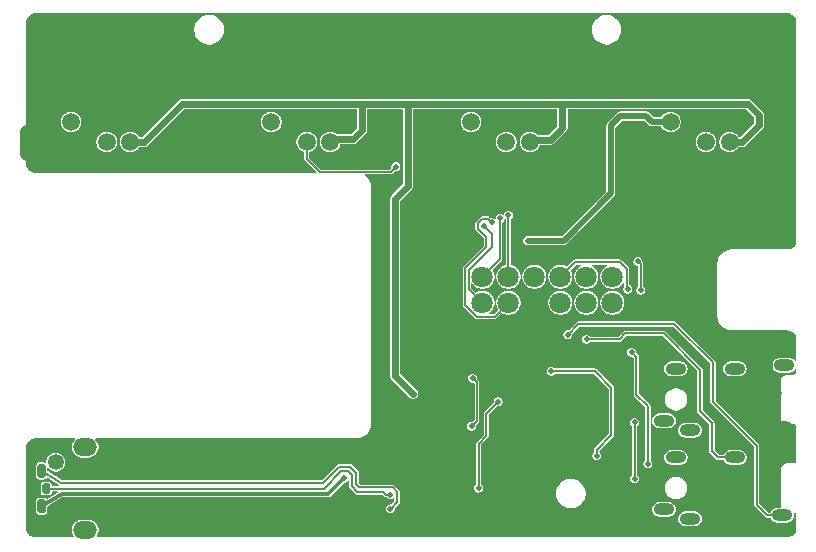
<source format=gbr>
%TF.GenerationSoftware,KiCad,Pcbnew,9.0.0-rc3*%
%TF.CreationDate,2025-06-04T22:51:28-04:00*%
%TF.ProjectId,dock,646f636b-2e6b-4696-9361-645f70636258,rev?*%
%TF.SameCoordinates,Original*%
%TF.FileFunction,Copper,L2,Bot*%
%TF.FilePolarity,Positive*%
%FSLAX46Y46*%
G04 Gerber Fmt 4.6, Leading zero omitted, Abs format (unit mm)*
G04 Created by KiCad (PCBNEW 9.0.0-rc3) date 2025-06-04 22:51:28*
%MOMM*%
%LPD*%
G01*
G04 APERTURE LIST*
%TA.AperFunction,ComponentPad*%
%ADD10C,1.500000*%
%TD*%
%TA.AperFunction,ComponentPad*%
%ADD11O,1.750000X3.250000*%
%TD*%
%TA.AperFunction,ComponentPad*%
%ADD12O,3.250000X1.750000*%
%TD*%
%TA.AperFunction,ComponentPad*%
%ADD13O,1.750000X1.000000*%
%TD*%
%TA.AperFunction,ComponentPad*%
%ADD14C,1.800000*%
%TD*%
%TA.AperFunction,ComponentPad*%
%ADD15C,1.350000*%
%TD*%
%TA.AperFunction,ComponentPad*%
%ADD16O,2.000000X1.500000*%
%TD*%
%TA.AperFunction,ViaPad*%
%ADD17C,0.508000*%
%TD*%
%TA.AperFunction,Conductor*%
%ADD18C,0.600000*%
%TD*%
%TA.AperFunction,Conductor*%
%ADD19C,0.300000*%
%TD*%
%TA.AperFunction,Conductor*%
%ADD20C,0.500000*%
%TD*%
%TA.AperFunction,Conductor*%
%ADD21C,0.200000*%
%TD*%
%TA.AperFunction,Conductor*%
%ADD22C,0.127000*%
%TD*%
%TA.AperFunction,Conductor*%
%ADD23C,0.508000*%
%TD*%
G04 APERTURE END LIST*
D10*
X172800000Y-96300000D03*
X174800000Y-96300000D03*
X176800000Y-96300000D03*
X178800000Y-96300000D03*
X173800000Y-98000000D03*
X175800000Y-98000000D03*
X177800000Y-98000000D03*
D11*
X169300000Y-98050000D03*
D12*
X171600000Y-99300000D03*
X179950000Y-99300000D03*
D11*
X182300000Y-98050000D03*
D13*
X182448350Y-124400001D03*
X182248350Y-129600001D03*
X178248351Y-124700000D03*
X174448351Y-129900000D03*
X172248350Y-129099999D03*
X173248351Y-124700000D03*
D10*
X122050000Y-96300000D03*
X124050000Y-96300000D03*
X126050000Y-96300000D03*
X128050000Y-96300000D03*
X123050000Y-98000000D03*
X125050000Y-98000000D03*
X127050000Y-98000000D03*
D11*
X118550000Y-98050000D03*
D12*
X120850000Y-99300000D03*
X129200000Y-99300000D03*
D11*
X131550000Y-98050000D03*
D14*
X156870000Y-109413086D03*
X159070000Y-109413086D03*
X161270000Y-109413086D03*
X163470000Y-109413086D03*
X165670000Y-109413086D03*
X167870000Y-109413086D03*
X167870000Y-111613086D03*
X165670000Y-111613086D03*
X163470000Y-111613086D03*
X161270000Y-111613086D03*
X159070000Y-111613086D03*
X156870000Y-111613086D03*
D15*
X120750000Y-129600000D03*
X120750000Y-125100000D03*
D16*
X123250000Y-130850000D03*
X123250000Y-123850000D03*
D13*
X182448350Y-116900001D03*
X182248350Y-122100001D03*
X178248351Y-117200000D03*
X174448351Y-122400000D03*
X172248350Y-121599999D03*
X173248351Y-117200000D03*
%TA.AperFunction,ComponentPad*%
G36*
G01*
X151180000Y-130576700D02*
X151180000Y-130576700D01*
G75*
G02*
X150684700Y-130081400I0J495300D01*
G01*
X150684700Y-128862200D01*
G75*
G02*
X151180000Y-128366900I495300J0D01*
G01*
X151180000Y-128366900D01*
G75*
G02*
X151675300Y-128862200I0J-495300D01*
G01*
X151675300Y-130081400D01*
G75*
G02*
X151180000Y-130576700I-495300J0D01*
G01*
G37*
%TD.AperFunction*%
%TA.AperFunction,ComponentPad*%
G36*
G01*
X159820000Y-130576700D02*
X159820000Y-130576700D01*
G75*
G02*
X159324700Y-130081400I0J495300D01*
G01*
X159324700Y-128862200D01*
G75*
G02*
X159820000Y-128366900I495300J0D01*
G01*
X159820000Y-128366900D01*
G75*
G02*
X160315300Y-128862200I0J-495300D01*
G01*
X160315300Y-130081400D01*
G75*
G02*
X159820000Y-130576700I-495300J0D01*
G01*
G37*
%TD.AperFunction*%
%TA.AperFunction,ComponentPad*%
G36*
G01*
X151180000Y-126373500D02*
X151180000Y-126373500D01*
G75*
G02*
X150684700Y-125878200I0J495300D01*
G01*
X150684700Y-125065400D01*
G75*
G02*
X151180000Y-124570100I495300J0D01*
G01*
X151180000Y-124570100D01*
G75*
G02*
X151675300Y-125065400I0J-495300D01*
G01*
X151675300Y-125878200D01*
G75*
G02*
X151180000Y-126373500I-495300J0D01*
G01*
G37*
%TD.AperFunction*%
%TA.AperFunction,ComponentPad*%
G36*
G01*
X159820000Y-126373500D02*
X159820000Y-126373500D01*
G75*
G02*
X159324700Y-125878200I0J495300D01*
G01*
X159324700Y-125065400D01*
G75*
G02*
X159820000Y-124570100I495300J0D01*
G01*
X159820000Y-124570100D01*
G75*
G02*
X160315300Y-125065400I0J-495300D01*
G01*
X160315300Y-125878200D01*
G75*
G02*
X159820000Y-126373500I-495300J0D01*
G01*
G37*
%TD.AperFunction*%
D10*
X139000000Y-96300000D03*
X141000000Y-96300000D03*
X143000000Y-96300000D03*
X145000000Y-96300000D03*
X140000000Y-98000000D03*
X142000000Y-98000000D03*
X144000000Y-98000000D03*
D11*
X135500000Y-98050000D03*
D12*
X137800000Y-99300000D03*
X146150000Y-99300000D03*
D11*
X148500000Y-98050000D03*
D10*
X155900000Y-96300000D03*
X157900000Y-96300000D03*
X159900000Y-96300000D03*
X161900000Y-96300000D03*
X156900000Y-98000000D03*
X158900000Y-98000000D03*
X160900000Y-98000000D03*
D11*
X152400000Y-98050000D03*
D12*
X154700000Y-99300000D03*
X163050000Y-99300000D03*
D11*
X165400000Y-98050000D03*
%TA.AperFunction,SMDPad,CuDef*%
G36*
G01*
X120300000Y-127075000D02*
X120300000Y-127625000D01*
G75*
G02*
X120125000Y-127800000I-175000J0D01*
G01*
X119775000Y-127800000D01*
G75*
G02*
X119600000Y-127625000I0J175000D01*
G01*
X119600000Y-127075000D01*
G75*
G02*
X119775000Y-126900000I175000J0D01*
G01*
X120125000Y-126900000D01*
G75*
G02*
X120300000Y-127075000I0J-175000D01*
G01*
G37*
%TD.AperFunction*%
%TA.AperFunction,SMDPad,CuDef*%
G36*
G01*
X119900000Y-128425000D02*
X119900000Y-129275000D01*
G75*
G02*
X119725000Y-129450000I-175000J0D01*
G01*
X119375000Y-129450000D01*
G75*
G02*
X119200000Y-129275000I0J175000D01*
G01*
X119200000Y-128425000D01*
G75*
G02*
X119375000Y-128250000I175000J0D01*
G01*
X119725000Y-128250000D01*
G75*
G02*
X119900000Y-128425000I0J-175000D01*
G01*
G37*
%TD.AperFunction*%
%TA.AperFunction,SMDPad,CuDef*%
G36*
G01*
X119900000Y-125425000D02*
X119900000Y-126275000D01*
G75*
G02*
X119725000Y-126450000I-175000J0D01*
G01*
X119375000Y-126450000D01*
G75*
G02*
X119200000Y-126275000I0J175000D01*
G01*
X119200000Y-125425000D01*
G75*
G02*
X119375000Y-125250000I175000J0D01*
G01*
X119725000Y-125250000D01*
G75*
G02*
X119900000Y-125425000I0J-175000D01*
G01*
G37*
%TD.AperFunction*%
D17*
X163216978Y-105144960D03*
X144559484Y-123879741D03*
X134764223Y-124381227D03*
X160251677Y-100595000D03*
X157519915Y-100526017D03*
X150862419Y-115139036D03*
X150930716Y-111218759D03*
X150889738Y-107175547D03*
X150958035Y-103924586D03*
X152160071Y-101534174D03*
X148704218Y-101465876D03*
X151000000Y-119300000D03*
X150600000Y-118900000D03*
X145180000Y-126460000D03*
X169387310Y-112045118D03*
X144700000Y-127850000D03*
X166750000Y-100500000D03*
X157524155Y-129369409D03*
X179200000Y-129200000D03*
X123156618Y-125745070D03*
X129000000Y-92700000D03*
X174365325Y-115458751D03*
X172373841Y-108524080D03*
X156681561Y-122148984D03*
X171000000Y-89700000D03*
X160795942Y-113019203D03*
X126000000Y-124700000D03*
X170770351Y-109985301D03*
X152180000Y-126050000D03*
X182000000Y-92700000D03*
X130500000Y-125500000D03*
X163000000Y-89700000D03*
X176000000Y-101000000D03*
X173970816Y-105797228D03*
X178364544Y-102189371D03*
X162787951Y-112930939D03*
X165480000Y-119750000D03*
X164180000Y-119750000D03*
X147050000Y-126100000D03*
X142150000Y-130850000D03*
X165280000Y-122250000D03*
X146250000Y-130850000D03*
X166831339Y-112798612D03*
X119000000Y-130700000D03*
X160900000Y-126000000D03*
X154400000Y-97450000D03*
X172192200Y-110404261D03*
X162750000Y-123550000D03*
X164550000Y-116400000D03*
X171500000Y-97700000D03*
X160900000Y-125100000D03*
X165400000Y-102600000D03*
X178000000Y-89700000D03*
X161600000Y-128000000D03*
X152850000Y-120700000D03*
X166680000Y-119750000D03*
X164263134Y-125388207D03*
X164570855Y-112842935D03*
X171900000Y-112000000D03*
X158950000Y-123850000D03*
X169500000Y-105500000D03*
X162200000Y-102700000D03*
X177406020Y-122963278D03*
X172054089Y-120370493D03*
X155800000Y-119800000D03*
X154600000Y-119800000D03*
X163980000Y-122250000D03*
X166850000Y-97900000D03*
X181850000Y-126700000D03*
X172000000Y-115700000D03*
X123600000Y-99700000D03*
X161806627Y-113100000D03*
X170832366Y-130305532D03*
X144000000Y-92700000D03*
X175807514Y-127464971D03*
X142050000Y-128700000D03*
X167200000Y-127650000D03*
X148800000Y-119550000D03*
X148100000Y-105000000D03*
X175000000Y-92700000D03*
X177818352Y-120196412D03*
X179357441Y-118481091D03*
X180571291Y-115230613D03*
X166080000Y-119750000D03*
X149800000Y-124850000D03*
X172997492Y-114084971D03*
X149750000Y-130650000D03*
X119000000Y-123700000D03*
X157750000Y-122550000D03*
X148000000Y-89700000D03*
X159000000Y-92700000D03*
X170600000Y-116400000D03*
X177300000Y-126100000D03*
X170357106Y-107212652D03*
X168699814Y-128162209D03*
X170539713Y-119048184D03*
X125000000Y-89700000D03*
X167800000Y-114000000D03*
X148200000Y-115200000D03*
X168811881Y-115212403D03*
X132000000Y-89700000D03*
X174600000Y-103400000D03*
X159880000Y-123950000D03*
X176948943Y-116154834D03*
X143480000Y-125550000D03*
X180900000Y-120400000D03*
X181000000Y-123300000D03*
X179600000Y-121400000D03*
X126000000Y-130700000D03*
X168990616Y-122507715D03*
X160080000Y-123250000D03*
X140150000Y-125700000D03*
X130000000Y-129700000D03*
X152300000Y-120700000D03*
X163884537Y-107908045D03*
X134000000Y-130700000D03*
X139000000Y-130800000D03*
X119750000Y-95450000D03*
X121000000Y-92700000D03*
X169884738Y-112634110D03*
X181041424Y-130431315D03*
X161003963Y-104118324D03*
X148200000Y-108200000D03*
X147068137Y-124622368D03*
X158350000Y-123200000D03*
X153900000Y-119650000D03*
X175200000Y-125400000D03*
X177900000Y-105600000D03*
X160580000Y-123850000D03*
X172678083Y-123147090D03*
X167000000Y-92700000D03*
X166347747Y-115333342D03*
X155524155Y-129369409D03*
X181948513Y-119239121D03*
X148050000Y-122750000D03*
X162631392Y-130481221D03*
X155000000Y-89700000D03*
X136000000Y-92700000D03*
X176175882Y-112259999D03*
X182300000Y-100900000D03*
X148200000Y-111400000D03*
X165880000Y-122250000D03*
X150193625Y-125585630D03*
X176521921Y-114738410D03*
X169254340Y-120171038D03*
X167310424Y-126578951D03*
X153524155Y-129369409D03*
X164900000Y-114891287D03*
X171234441Y-127130797D03*
X150400000Y-124400000D03*
X166482025Y-107101371D03*
X167176000Y-120952320D03*
X169684395Y-108812599D03*
X169053011Y-116687138D03*
X176449888Y-129857053D03*
X176625197Y-121267297D03*
X167176000Y-120295817D03*
X155950000Y-121300000D03*
X123059378Y-129051246D03*
X152980000Y-126050000D03*
X168648334Y-103332455D03*
X162475123Y-113784577D03*
X164780000Y-119750000D03*
X170200000Y-114900000D03*
X135350000Y-129000000D03*
X174390379Y-120907820D03*
X153400000Y-120700000D03*
X177600000Y-128300000D03*
X153800000Y-120250000D03*
X175200000Y-109600000D03*
X152000000Y-92700000D03*
X181829516Y-105475736D03*
X155200000Y-119800000D03*
X133550000Y-97950000D03*
X166438791Y-130011477D03*
X158780000Y-126050000D03*
X175071943Y-123960042D03*
X169718110Y-109970570D03*
X140000000Y-89700000D03*
X172600000Y-112700000D03*
X164580000Y-122250000D03*
X175726831Y-116867822D03*
X179200000Y-126600000D03*
X149090000Y-129050000D03*
X149090000Y-127850000D03*
X169180000Y-110450000D03*
X165700000Y-114700000D03*
X158369533Y-104462602D03*
X149550000Y-100092000D03*
X157660052Y-104807208D03*
X170280000Y-110550000D03*
X170030053Y-108100053D03*
X164100000Y-114300000D03*
X159080000Y-104200000D03*
X156980000Y-105100000D03*
X170880000Y-125250000D03*
X169500000Y-115800000D03*
X169750000Y-126500000D03*
X169750000Y-121750000D03*
X160700000Y-106350000D03*
X166550000Y-124550000D03*
X162700000Y-117400000D03*
X161300000Y-106350000D03*
X155950000Y-122050000D03*
X156050000Y-118000000D03*
X158200000Y-120000000D03*
X156550000Y-127300000D03*
D18*
X151000000Y-119300000D02*
X150600000Y-118900000D01*
X149500000Y-117800000D02*
X150600000Y-118900000D01*
X149500000Y-102800000D02*
X149500000Y-108200000D01*
X149500000Y-108200000D02*
X149500000Y-117800000D01*
X149700000Y-102600000D02*
X149500000Y-102800000D01*
X150550000Y-101750000D02*
X149700000Y-102600000D01*
X150550000Y-101075000D02*
X150550000Y-101750000D01*
X150550000Y-94800000D02*
X163650000Y-94800000D01*
D19*
X121240000Y-127800000D02*
X119550000Y-128850000D01*
D18*
X179350000Y-94800000D02*
X180280000Y-95730000D01*
D19*
X143840000Y-127800000D02*
X121240000Y-127800000D01*
D18*
X161100000Y-97800000D02*
X160900000Y-98000000D01*
X163650000Y-96800000D02*
X162650000Y-97800000D01*
X127050000Y-98000000D02*
X128230000Y-98000000D01*
X146680000Y-94800000D02*
X146680000Y-96450000D01*
X131430000Y-94800000D02*
X146680000Y-94800000D01*
X144266795Y-97733205D02*
X145905502Y-97733205D01*
X180280000Y-96550000D02*
X178830000Y-98000000D01*
X162650000Y-97800000D02*
X161100000Y-97800000D01*
X178830000Y-98000000D02*
X177800000Y-98000000D01*
X146680000Y-96958707D02*
X146680000Y-96450000D01*
X180280000Y-95730000D02*
X180280000Y-96550000D01*
X163650000Y-94800000D02*
X163650000Y-96800000D01*
X128230000Y-98000000D02*
X131430000Y-94800000D01*
D19*
X145180000Y-126434908D02*
X145180000Y-126460000D01*
D18*
X145905502Y-97733205D02*
X146680000Y-96958707D01*
D19*
X145180000Y-126460000D02*
X143840000Y-127800000D01*
D18*
X144000000Y-98000000D02*
X144266795Y-97733205D01*
X146680000Y-94800000D02*
X150550000Y-94800000D01*
X163650000Y-94800000D02*
X179350000Y-94800000D01*
X150550000Y-101075000D02*
X150550000Y-94800000D01*
D20*
X171412417Y-99082417D02*
X171412417Y-98687583D01*
D21*
X145680908Y-125480908D02*
X146190000Y-125990000D01*
X149100000Y-129050000D02*
X149090000Y-129050000D01*
X149644000Y-127620525D02*
X149644000Y-128506000D01*
X149644000Y-128506000D02*
X149100000Y-129050000D01*
X121190000Y-126850000D02*
X143390000Y-126850000D01*
X119550000Y-125850000D02*
X121190000Y-126850000D01*
X143390000Y-126850000D02*
X144759092Y-125480908D01*
X149273475Y-127250000D02*
X149644000Y-127620525D01*
X144759092Y-125480908D02*
X145680908Y-125480908D01*
X146190000Y-125990000D02*
X146190000Y-126984314D01*
X146190000Y-126984314D02*
X146455686Y-127250000D01*
X146455686Y-127250000D02*
X149273475Y-127250000D01*
X148690000Y-127850000D02*
X148490000Y-127650000D01*
X144934809Y-125880908D02*
X143465717Y-127350000D01*
X145470908Y-125880908D02*
X144934809Y-125880908D01*
X145790000Y-126200000D02*
X145470908Y-125880908D01*
X143465717Y-127350000D02*
X119950000Y-127350000D01*
X145790000Y-127150000D02*
X145790000Y-126200000D01*
X149090000Y-127850000D02*
X148690000Y-127850000D01*
X148490000Y-127650000D02*
X146290000Y-127650000D01*
X146290000Y-127650000D02*
X145790000Y-127150000D01*
X168499336Y-108160000D02*
X164723086Y-108160000D01*
X169180000Y-110450000D02*
X169093379Y-110363379D01*
X169093379Y-108754043D02*
X168499336Y-108160000D01*
X164723086Y-108160000D02*
X163470000Y-109413086D01*
X169093379Y-110363379D02*
X169093379Y-108754043D01*
X176800000Y-124700000D02*
X178248351Y-124700000D01*
X176300000Y-124200000D02*
X176800000Y-124700000D01*
X172230000Y-114200000D02*
X175300000Y-117270000D01*
X176300000Y-121800000D02*
X176300000Y-124200000D01*
X168481000Y-114700000D02*
X168981000Y-114200000D01*
X175300000Y-117270000D02*
X175300000Y-120800000D01*
X175300000Y-120800000D02*
X176300000Y-121800000D01*
X168981000Y-114200000D02*
X172230000Y-114200000D01*
X165700000Y-114700000D02*
X168481000Y-114700000D01*
D22*
X158371997Y-107911089D02*
X156870000Y-109413086D01*
X149113500Y-100536500D02*
X143086500Y-100536500D01*
X149550000Y-100100000D02*
X149113500Y-100536500D01*
X149550000Y-100092000D02*
X149550000Y-100100000D01*
X158369533Y-104462602D02*
X158371997Y-104465066D01*
X158371997Y-104465066D02*
X158371997Y-107911089D01*
X143086500Y-100536500D02*
X142000000Y-99450000D01*
X142000000Y-99450000D02*
X142000000Y-98000000D01*
D21*
X156870000Y-109413086D02*
X156870000Y-109392843D01*
D22*
X155380000Y-108691907D02*
X157180000Y-106891907D01*
D21*
X159070000Y-111613086D02*
X158813086Y-111613086D01*
D22*
X159070000Y-111613086D02*
X157906500Y-112776586D01*
X157906500Y-112776586D02*
X156388062Y-112776586D01*
X155380000Y-111768524D02*
X155380000Y-108691907D01*
D21*
X158813086Y-111613086D02*
X158600000Y-111400000D01*
D22*
X156462500Y-105362500D02*
X156462500Y-104885644D01*
X156848144Y-104500000D02*
X157352844Y-104500000D01*
X156388062Y-112776586D02*
X155380000Y-111768524D01*
X157352844Y-104500000D02*
X157660052Y-104807208D01*
X157180000Y-106891907D02*
X157180000Y-106080000D01*
X157180000Y-106080000D02*
X156462500Y-105362500D01*
X156462500Y-104885644D02*
X156848144Y-104500000D01*
D21*
X170030053Y-108100053D02*
X170280000Y-108350000D01*
X170280000Y-108350000D02*
X170280000Y-110550000D01*
X180100000Y-123700000D02*
X180100000Y-128700000D01*
X180100000Y-128700000D02*
X181000001Y-129600001D01*
X173130000Y-113400000D02*
X176380000Y-116650000D01*
X164100000Y-114300000D02*
X165000000Y-113400000D01*
X165000000Y-113400000D02*
X173130000Y-113400000D01*
X176380000Y-116650000D02*
X176380000Y-119980000D01*
X176380000Y-119980000D02*
X180100000Y-123700000D01*
X181000001Y-129600001D02*
X182248350Y-129600001D01*
D22*
X159070000Y-109413086D02*
X159070000Y-104210000D01*
X159070000Y-104210000D02*
X159080000Y-104200000D01*
X157650000Y-106884355D02*
X157650000Y-105770000D01*
X156870000Y-111613086D02*
X155706500Y-110449586D01*
X155706500Y-108827855D02*
X157650000Y-106884355D01*
X157650000Y-105770000D02*
X156980000Y-105100000D01*
X155706500Y-110449586D02*
X155706500Y-108827855D01*
D21*
X169500000Y-115800000D02*
X169900000Y-116200000D01*
X169900000Y-119400000D02*
X170880000Y-120380000D01*
X169900000Y-116200000D02*
X169900000Y-119400000D01*
X170880000Y-120380000D02*
X170880000Y-125250000D01*
X169750000Y-126500000D02*
X169750000Y-121750000D01*
D23*
X170750000Y-95800000D02*
X168550000Y-95800000D01*
X172800000Y-96300000D02*
X171250000Y-96300000D01*
D21*
X166550000Y-124050000D02*
X167800000Y-122800000D01*
D23*
X167750000Y-102350000D02*
X163750000Y-106350000D01*
D21*
X167800000Y-118800000D02*
X166400000Y-117400000D01*
D23*
X168550000Y-95800000D02*
X167750000Y-96600000D01*
D21*
X167800000Y-122800000D02*
X167800000Y-118800000D01*
D23*
X163750000Y-106350000D02*
X160700000Y-106350000D01*
D21*
X166400000Y-117400000D02*
X162700000Y-117400000D01*
X166550000Y-124550000D02*
X166550000Y-124050000D01*
D23*
X167750000Y-96600000D02*
X167750000Y-102350000D01*
X171250000Y-96300000D02*
X170750000Y-95800000D01*
D22*
X156400000Y-121600000D02*
X155950000Y-122050000D01*
X156400000Y-118350000D02*
X156400000Y-121600000D01*
X156050000Y-118000000D02*
X156400000Y-118350000D01*
X157200000Y-121000000D02*
X157200000Y-122900000D01*
X158200000Y-120000000D02*
X157200000Y-121000000D01*
X156550000Y-123550000D02*
X156550000Y-127300000D01*
X157200000Y-122900000D02*
X156550000Y-123550000D01*
%TA.AperFunction,Conductor*%
G36*
X182703056Y-87100801D02*
G01*
X182840096Y-87114297D01*
X182852105Y-87116686D01*
X182980937Y-87155767D01*
X182992247Y-87160452D01*
X183110976Y-87223915D01*
X183121155Y-87230716D01*
X183225220Y-87316119D01*
X183233880Y-87324779D01*
X183248737Y-87342883D01*
X183319280Y-87428840D01*
X183326087Y-87439027D01*
X183389545Y-87557748D01*
X183394234Y-87569067D01*
X183433312Y-87697890D01*
X183435702Y-87709907D01*
X183449199Y-87846943D01*
X183449500Y-87853069D01*
X183449500Y-106346930D01*
X183449199Y-106353056D01*
X183435702Y-106490092D01*
X183433312Y-106502109D01*
X183394234Y-106630932D01*
X183389545Y-106642251D01*
X183326087Y-106760972D01*
X183319280Y-106771159D01*
X183233882Y-106875218D01*
X183225218Y-106883882D01*
X183121159Y-106969280D01*
X183110972Y-106976087D01*
X182992251Y-107039545D01*
X182980932Y-107044234D01*
X182852109Y-107083312D01*
X182840092Y-107085702D01*
X182703056Y-107099199D01*
X182696930Y-107099500D01*
X178044170Y-107099500D01*
X178000000Y-107099500D01*
X177901583Y-107099500D01*
X177901581Y-107099500D01*
X177901569Y-107099501D01*
X177707179Y-107130290D01*
X177707170Y-107130292D01*
X177519976Y-107191115D01*
X177519968Y-107191119D01*
X177344592Y-107280477D01*
X177185354Y-107396171D01*
X177185346Y-107396178D01*
X177046178Y-107535346D01*
X177046171Y-107535354D01*
X176930477Y-107694592D01*
X176841119Y-107869968D01*
X176841115Y-107869976D01*
X176780292Y-108057170D01*
X176780290Y-108057179D01*
X176749501Y-108251569D01*
X176749500Y-108251585D01*
X176749500Y-112757464D01*
X176749520Y-112757672D01*
X176749520Y-112800191D01*
X176780307Y-112994598D01*
X176780307Y-112994601D01*
X176841124Y-113181791D01*
X176841126Y-113181796D01*
X176914073Y-113324965D01*
X176930486Y-113357178D01*
X176988389Y-113436877D01*
X177046174Y-113516414D01*
X177046176Y-113516416D01*
X177046179Y-113516420D01*
X177185359Y-113655603D01*
X177185362Y-113655605D01*
X177185365Y-113655608D01*
X177312456Y-113747947D01*
X177344598Y-113771300D01*
X177519977Y-113860661D01*
X177707175Y-113921486D01*
X177901584Y-113952278D01*
X177950172Y-113952278D01*
X182655830Y-113952278D01*
X182696930Y-113952278D01*
X182703056Y-113952579D01*
X182840100Y-113966076D01*
X182852105Y-113968463D01*
X182980938Y-114007544D01*
X182992255Y-114012232D01*
X183110976Y-114075689D01*
X183121163Y-114082496D01*
X183225227Y-114167898D01*
X183233890Y-114176561D01*
X183319292Y-114280620D01*
X183326100Y-114290807D01*
X183389562Y-114409533D01*
X183394250Y-114420852D01*
X183433329Y-114549668D01*
X183435720Y-114561684D01*
X183449199Y-114698503D01*
X183449500Y-114704631D01*
X183449500Y-116501595D01*
X183431194Y-116545789D01*
X183387000Y-116564095D01*
X183342806Y-116545789D01*
X183335033Y-116536319D01*
X183310761Y-116499993D01*
X183223358Y-116412590D01*
X183223357Y-116412589D01*
X183120584Y-116343918D01*
X183120581Y-116343917D01*
X183096928Y-116334120D01*
X183006385Y-116296616D01*
X183006381Y-116296615D01*
X182885153Y-116272501D01*
X182011547Y-116272501D01*
X181890318Y-116296615D01*
X181890316Y-116296615D01*
X181890315Y-116296616D01*
X181856870Y-116310469D01*
X181776118Y-116343917D01*
X181776115Y-116343918D01*
X181673342Y-116412589D01*
X181585938Y-116499993D01*
X181517267Y-116602766D01*
X181517266Y-116602769D01*
X181483818Y-116683521D01*
X181471779Y-116712588D01*
X181469964Y-116716969D01*
X181453450Y-116799992D01*
X181445850Y-116838198D01*
X181445850Y-116961804D01*
X181469965Y-117083036D01*
X181504226Y-117165751D01*
X181517266Y-117197232D01*
X181517267Y-117197235D01*
X181585938Y-117300008D01*
X181673342Y-117387412D01*
X181776115Y-117456083D01*
X181776116Y-117456083D01*
X181776117Y-117456084D01*
X181890315Y-117503386D01*
X182011547Y-117527501D01*
X182885153Y-117527501D01*
X183006385Y-117503386D01*
X183120583Y-117456084D01*
X183223358Y-117387412D01*
X183310761Y-117300009D01*
X183335033Y-117263682D01*
X183374807Y-117237107D01*
X183421723Y-117246439D01*
X183448299Y-117286213D01*
X183449500Y-117298406D01*
X183449500Y-117445078D01*
X183448730Y-117454855D01*
X183438836Y-117517322D01*
X183432794Y-117535919D01*
X183406343Y-117587832D01*
X183394849Y-117603652D01*
X183353652Y-117644849D01*
X183337832Y-117656343D01*
X183285919Y-117682794D01*
X183267322Y-117688836D01*
X183204855Y-117698730D01*
X183195078Y-117699500D01*
X182593607Y-117699500D01*
X182483651Y-117724596D01*
X182382035Y-117773531D01*
X182382028Y-117773536D01*
X182293855Y-117843852D01*
X182293852Y-117843855D01*
X182223536Y-117932028D01*
X182223531Y-117932035D01*
X182174596Y-118033651D01*
X182159804Y-118098460D01*
X182149500Y-118143607D01*
X182149500Y-118150172D01*
X182149500Y-121649828D01*
X182187636Y-121741897D01*
X182258103Y-121812364D01*
X182350172Y-121850500D01*
X182449828Y-121850500D01*
X183155830Y-121850500D01*
X183195078Y-121850500D01*
X183204854Y-121851269D01*
X183237159Y-121856385D01*
X183267322Y-121861162D01*
X183285919Y-121867205D01*
X183337832Y-121893656D01*
X183353652Y-121905150D01*
X183394849Y-121946347D01*
X183406343Y-121962167D01*
X183432794Y-122014080D01*
X183438836Y-122032677D01*
X183448730Y-122095144D01*
X183449500Y-122104921D01*
X183449500Y-124945078D01*
X183448730Y-124954855D01*
X183438836Y-125017322D01*
X183432794Y-125035919D01*
X183406343Y-125087832D01*
X183394849Y-125103652D01*
X183353652Y-125144849D01*
X183337832Y-125156343D01*
X183285919Y-125182794D01*
X183267322Y-125188836D01*
X183204855Y-125198730D01*
X183195078Y-125199500D01*
X182593607Y-125199500D01*
X182483651Y-125224596D01*
X182382035Y-125273531D01*
X182382028Y-125273536D01*
X182293855Y-125343852D01*
X182293852Y-125343855D01*
X182223536Y-125432028D01*
X182223531Y-125432035D01*
X182174596Y-125533651D01*
X182149500Y-125643607D01*
X182149500Y-128910001D01*
X182131194Y-128954195D01*
X182087000Y-128972501D01*
X181811547Y-128972501D01*
X181690318Y-128996615D01*
X181690316Y-128996615D01*
X181690315Y-128996616D01*
X181681583Y-129000233D01*
X181576118Y-129043917D01*
X181576115Y-129043918D01*
X181473342Y-129112589D01*
X181385938Y-129199993D01*
X181317267Y-129302766D01*
X181317263Y-129302774D01*
X181304363Y-129333919D01*
X181295572Y-129342709D01*
X181290815Y-129354195D01*
X181279330Y-129358952D01*
X181270539Y-129367744D01*
X181246621Y-129372501D01*
X181120123Y-129372501D01*
X181075929Y-129354195D01*
X180345806Y-128624072D01*
X180327500Y-128579878D01*
X180327500Y-123654747D01*
X180327499Y-123654744D01*
X180292867Y-123571135D01*
X180292863Y-123571130D01*
X176625806Y-119904073D01*
X176607500Y-119859879D01*
X176607500Y-117138196D01*
X177245851Y-117138196D01*
X177245851Y-117261803D01*
X177262584Y-117345927D01*
X177269966Y-117383035D01*
X177299715Y-117454855D01*
X177317267Y-117497231D01*
X177317268Y-117497234D01*
X177385939Y-117600007D01*
X177473343Y-117687411D01*
X177576116Y-117756082D01*
X177576117Y-117756082D01*
X177576118Y-117756083D01*
X177690316Y-117803385D01*
X177811548Y-117827500D01*
X178685154Y-117827500D01*
X178806386Y-117803385D01*
X178920584Y-117756083D01*
X179023359Y-117687411D01*
X179110762Y-117600008D01*
X179179434Y-117497233D01*
X179226736Y-117383035D01*
X179250851Y-117261803D01*
X179250851Y-117138197D01*
X179226736Y-117016965D01*
X179179434Y-116902767D01*
X179136290Y-116838198D01*
X179110762Y-116799992D01*
X179023358Y-116712588D01*
X178920585Y-116643917D01*
X178920582Y-116643916D01*
X178896929Y-116634119D01*
X178806386Y-116596615D01*
X178806382Y-116596614D01*
X178685154Y-116572500D01*
X177811548Y-116572500D01*
X177690319Y-116596614D01*
X177690317Y-116596614D01*
X177690316Y-116596615D01*
X177656871Y-116610468D01*
X177576119Y-116643916D01*
X177576116Y-116643917D01*
X177473343Y-116712588D01*
X177385939Y-116799992D01*
X177317268Y-116902765D01*
X177317267Y-116902768D01*
X177269965Y-117016968D01*
X177245851Y-117138196D01*
X176607500Y-117138196D01*
X176607500Y-116604747D01*
X176607499Y-116604744D01*
X176572867Y-116521135D01*
X176572863Y-116521130D01*
X173258869Y-113207136D01*
X173258864Y-113207132D01*
X173175255Y-113172500D01*
X173175253Y-113172500D01*
X164954747Y-113172500D01*
X164954744Y-113172500D01*
X164871135Y-113207132D01*
X164871130Y-113207136D01*
X164178072Y-113900194D01*
X164133878Y-113918500D01*
X164049770Y-113918500D01*
X163952748Y-113944498D01*
X163952746Y-113944498D01*
X163865751Y-113994725D01*
X163794725Y-114065751D01*
X163744498Y-114152746D01*
X163744498Y-114152748D01*
X163718500Y-114249770D01*
X163718500Y-114350229D01*
X163744498Y-114447251D01*
X163744498Y-114447253D01*
X163769611Y-114490750D01*
X163794724Y-114534247D01*
X163865753Y-114605276D01*
X163952746Y-114655501D01*
X163995526Y-114666964D01*
X164049770Y-114681499D01*
X164049773Y-114681499D01*
X164049775Y-114681500D01*
X164049776Y-114681500D01*
X164150224Y-114681500D01*
X164150225Y-114681500D01*
X164247254Y-114655501D01*
X164257180Y-114649770D01*
X165318500Y-114649770D01*
X165318500Y-114750229D01*
X165344498Y-114847251D01*
X165344498Y-114847253D01*
X165344499Y-114847254D01*
X165394724Y-114934247D01*
X165465753Y-115005276D01*
X165552746Y-115055501D01*
X165595526Y-115066964D01*
X165649770Y-115081499D01*
X165649773Y-115081499D01*
X165649775Y-115081500D01*
X165649776Y-115081500D01*
X165750224Y-115081500D01*
X165750225Y-115081500D01*
X165847254Y-115055501D01*
X165934247Y-115005276D01*
X165993717Y-114945806D01*
X166037911Y-114927500D01*
X168526253Y-114927500D01*
X168554124Y-114915955D01*
X168609864Y-114892867D01*
X168609864Y-114892866D01*
X168609868Y-114892865D01*
X169056928Y-114445806D01*
X169101122Y-114427500D01*
X172109879Y-114427500D01*
X172154073Y-114445806D01*
X175054194Y-117345927D01*
X175072500Y-117390121D01*
X175072500Y-120845255D01*
X175107132Y-120928864D01*
X175107136Y-120928869D01*
X176054194Y-121875927D01*
X176072500Y-121920121D01*
X176072500Y-124245255D01*
X176107132Y-124328864D01*
X176107134Y-124328867D01*
X176107135Y-124328868D01*
X176671132Y-124892866D01*
X176754747Y-124927500D01*
X176845253Y-124927500D01*
X177246622Y-124927500D01*
X177290816Y-124945806D01*
X177304364Y-124966082D01*
X177317264Y-124997226D01*
X177317268Y-124997234D01*
X177385939Y-125100007D01*
X177473343Y-125187411D01*
X177576116Y-125256082D01*
X177576117Y-125256082D01*
X177576118Y-125256083D01*
X177690316Y-125303385D01*
X177811548Y-125327500D01*
X178685154Y-125327500D01*
X178806386Y-125303385D01*
X178920584Y-125256083D01*
X179023359Y-125187411D01*
X179110762Y-125100008D01*
X179179434Y-124997233D01*
X179226736Y-124883035D01*
X179250851Y-124761803D01*
X179250851Y-124638197D01*
X179226736Y-124516965D01*
X179179434Y-124402767D01*
X179179421Y-124402748D01*
X179110762Y-124299992D01*
X179023358Y-124212588D01*
X178920585Y-124143917D01*
X178920582Y-124143916D01*
X178877152Y-124125927D01*
X178806386Y-124096615D01*
X178806382Y-124096614D01*
X178685154Y-124072500D01*
X177811548Y-124072500D01*
X177690319Y-124096614D01*
X177690317Y-124096614D01*
X177690316Y-124096615D01*
X177667767Y-124105955D01*
X177576119Y-124143916D01*
X177576116Y-124143917D01*
X177473343Y-124212588D01*
X177385939Y-124299992D01*
X177317268Y-124402765D01*
X177317264Y-124402773D01*
X177304364Y-124433918D01*
X177270540Y-124467743D01*
X177246622Y-124472500D01*
X176920122Y-124472500D01*
X176875928Y-124454194D01*
X176545806Y-124124072D01*
X176527500Y-124079878D01*
X176527500Y-121754747D01*
X176527499Y-121754745D01*
X176514274Y-121722817D01*
X176514273Y-121722816D01*
X176508216Y-121708193D01*
X176492866Y-121671132D01*
X175545806Y-120724072D01*
X175527500Y-120679878D01*
X175527500Y-117224749D01*
X175527499Y-117224745D01*
X175514430Y-117193191D01*
X175514430Y-117193190D01*
X175492868Y-117141135D01*
X175492864Y-117141130D01*
X172358869Y-114007136D01*
X172358864Y-114007132D01*
X172275255Y-113972500D01*
X172275253Y-113972500D01*
X169026253Y-113972500D01*
X168935747Y-113972500D01*
X168852133Y-114007133D01*
X168852131Y-114007134D01*
X168405073Y-114454194D01*
X168360879Y-114472500D01*
X166037911Y-114472500D01*
X165993717Y-114454194D01*
X165934248Y-114394725D01*
X165934247Y-114394724D01*
X165847254Y-114344499D01*
X165847253Y-114344498D01*
X165847252Y-114344498D01*
X165750229Y-114318500D01*
X165750225Y-114318500D01*
X165649775Y-114318500D01*
X165649770Y-114318500D01*
X165552748Y-114344498D01*
X165552746Y-114344498D01*
X165465751Y-114394725D01*
X165394725Y-114465751D01*
X165344498Y-114552746D01*
X165344498Y-114552748D01*
X165318500Y-114649770D01*
X164257180Y-114649770D01*
X164334247Y-114605276D01*
X164405276Y-114534247D01*
X164455501Y-114447254D01*
X164481500Y-114350225D01*
X164481500Y-114266120D01*
X164499806Y-114221926D01*
X165075927Y-113645806D01*
X165120121Y-113627500D01*
X173009879Y-113627500D01*
X173054073Y-113645806D01*
X176134194Y-116725927D01*
X176152500Y-116770121D01*
X176152500Y-120025255D01*
X176187132Y-120108864D01*
X176187136Y-120108869D01*
X179854194Y-123775927D01*
X179872500Y-123820121D01*
X179872500Y-128745255D01*
X179907132Y-128828864D01*
X179907134Y-128828867D01*
X179907135Y-128828868D01*
X180871133Y-129792867D01*
X180930254Y-129817354D01*
X180930256Y-129817356D01*
X180930257Y-129817356D01*
X180954748Y-129827501D01*
X180954749Y-129827501D01*
X181045254Y-129827501D01*
X181246621Y-129827501D01*
X181290815Y-129845807D01*
X181304363Y-129866083D01*
X181317263Y-129897227D01*
X181317267Y-129897235D01*
X181385938Y-130000008D01*
X181473342Y-130087412D01*
X181576115Y-130156083D01*
X181576116Y-130156083D01*
X181576117Y-130156084D01*
X181690315Y-130203386D01*
X181811547Y-130227501D01*
X182685153Y-130227501D01*
X182806385Y-130203386D01*
X182920583Y-130156084D01*
X183023358Y-130087412D01*
X183110761Y-130000009D01*
X183179433Y-129897234D01*
X183226735Y-129783036D01*
X183250850Y-129661804D01*
X183250850Y-129538198D01*
X183234184Y-129454415D01*
X183238185Y-129434299D01*
X183239794Y-129413852D01*
X183242755Y-129411322D01*
X183243516Y-129407501D01*
X183260572Y-129396103D01*
X183276167Y-129382784D01*
X183280049Y-129383089D01*
X183283289Y-129380925D01*
X183323855Y-129386535D01*
X183337830Y-129393655D01*
X183353652Y-129405150D01*
X183394849Y-129446347D01*
X183406343Y-129462167D01*
X183432794Y-129514080D01*
X183438836Y-129532677D01*
X183448730Y-129595144D01*
X183449500Y-129604921D01*
X183449500Y-130696930D01*
X183449199Y-130703056D01*
X183435702Y-130840092D01*
X183433312Y-130852109D01*
X183394234Y-130980932D01*
X183389545Y-130992251D01*
X183326087Y-131110972D01*
X183319280Y-131121159D01*
X183233882Y-131225218D01*
X183225218Y-131233882D01*
X183121159Y-131319280D01*
X183110972Y-131326087D01*
X182992251Y-131389545D01*
X182980932Y-131394234D01*
X182852109Y-131433312D01*
X182840092Y-131435702D01*
X182703056Y-131449199D01*
X182696930Y-131449500D01*
X124271717Y-131449500D01*
X124227523Y-131431194D01*
X124209217Y-131387000D01*
X124219750Y-131352277D01*
X124277631Y-131265652D01*
X124343778Y-131105957D01*
X124377500Y-130936426D01*
X124377500Y-130763574D01*
X124343778Y-130594043D01*
X124277631Y-130434348D01*
X124181599Y-130290626D01*
X124059374Y-130168401D01*
X124040940Y-130156084D01*
X123938165Y-130087412D01*
X123915652Y-130072369D01*
X123755957Y-130006222D01*
X123755955Y-130006221D01*
X123586426Y-129972500D01*
X122913574Y-129972500D01*
X122744044Y-130006221D01*
X122584346Y-130072370D01*
X122440626Y-130168400D01*
X122318400Y-130290626D01*
X122222370Y-130434346D01*
X122156221Y-130594044D01*
X122122500Y-130763573D01*
X122122500Y-130936426D01*
X122156221Y-131105955D01*
X122162519Y-131121159D01*
X122222369Y-131265652D01*
X122222370Y-131265653D01*
X122280250Y-131352277D01*
X122289582Y-131399193D01*
X122263006Y-131438967D01*
X122228283Y-131449500D01*
X119003070Y-131449500D01*
X118996944Y-131449199D01*
X118859907Y-131435702D01*
X118847890Y-131433312D01*
X118719067Y-131394234D01*
X118707748Y-131389545D01*
X118589027Y-131326087D01*
X118578840Y-131319280D01*
X118513493Y-131265652D01*
X118474779Y-131233880D01*
X118466117Y-131225218D01*
X118429029Y-131180025D01*
X118380716Y-131121155D01*
X118373915Y-131110976D01*
X118310452Y-130992247D01*
X118305767Y-130980937D01*
X118266686Y-130852105D01*
X118264297Y-130840092D01*
X118250801Y-130703056D01*
X118250500Y-130696930D01*
X118250500Y-129838196D01*
X173445851Y-129838196D01*
X173445851Y-129961803D01*
X173467844Y-130072370D01*
X173469966Y-130083035D01*
X173507470Y-130173578D01*
X173517267Y-130197231D01*
X173517268Y-130197234D01*
X173585939Y-130300007D01*
X173673343Y-130387411D01*
X173776116Y-130456082D01*
X173776117Y-130456082D01*
X173776118Y-130456083D01*
X173890316Y-130503385D01*
X174011548Y-130527500D01*
X174885154Y-130527500D01*
X175006386Y-130503385D01*
X175120584Y-130456083D01*
X175223359Y-130387411D01*
X175310762Y-130300008D01*
X175379434Y-130197233D01*
X175426736Y-130083035D01*
X175450851Y-129961803D01*
X175450851Y-129838197D01*
X175426736Y-129716965D01*
X175379434Y-129602767D01*
X175374340Y-129595144D01*
X175310762Y-129499992D01*
X175223358Y-129412588D01*
X175120585Y-129343917D01*
X175120582Y-129343916D01*
X175096447Y-129333919D01*
X175006386Y-129296615D01*
X175006382Y-129296614D01*
X174885154Y-129272500D01*
X174011548Y-129272500D01*
X173890319Y-129296614D01*
X173890317Y-129296614D01*
X173890316Y-129296615D01*
X173875447Y-129302774D01*
X173776119Y-129343916D01*
X173776116Y-129343917D01*
X173673343Y-129412588D01*
X173585939Y-129499992D01*
X173517268Y-129602765D01*
X173517267Y-129602768D01*
X173495185Y-129656081D01*
X173475592Y-129703384D01*
X173469965Y-129716968D01*
X173445851Y-129838196D01*
X118250500Y-129838196D01*
X118250500Y-125379834D01*
X119072500Y-125379834D01*
X119072500Y-126320165D01*
X119075434Y-126345458D01*
X119078652Y-126352746D01*
X119121115Y-126448915D01*
X119201085Y-126528885D01*
X119304543Y-126574566D01*
X119329833Y-126577500D01*
X119770166Y-126577499D01*
X119795457Y-126574566D01*
X119898915Y-126528885D01*
X119978885Y-126448915D01*
X119978886Y-126448912D01*
X119979668Y-126447772D01*
X119980701Y-126447098D01*
X119982980Y-126444820D01*
X119983460Y-126445300D01*
X120019746Y-126421657D01*
X120063768Y-126429731D01*
X121009897Y-127006638D01*
X121038100Y-127045275D01*
X121030721Y-127092538D01*
X120992084Y-127120741D01*
X120977359Y-127122500D01*
X120489999Y-127122500D01*
X120445805Y-127104194D01*
X120427499Y-127060000D01*
X120427499Y-127029834D01*
X120427499Y-127029833D01*
X120424566Y-127004543D01*
X120378885Y-126901085D01*
X120298915Y-126821115D01*
X120195457Y-126775434D01*
X120170167Y-126772500D01*
X120170165Y-126772500D01*
X119729834Y-126772500D01*
X119704541Y-126775434D01*
X119636957Y-126805276D01*
X119604519Y-126819599D01*
X119601083Y-126821116D01*
X119521116Y-126901083D01*
X119521115Y-126901084D01*
X119521115Y-126901085D01*
X119475434Y-127004543D01*
X119472767Y-127027536D01*
X119472500Y-127029834D01*
X119472500Y-127670165D01*
X119475434Y-127695458D01*
X119484189Y-127715285D01*
X119521115Y-127798915D01*
X119601085Y-127878885D01*
X119704543Y-127924566D01*
X119729833Y-127927500D01*
X120170166Y-127927499D01*
X120195457Y-127924566D01*
X120298915Y-127878885D01*
X120378885Y-127798915D01*
X120424566Y-127695457D01*
X120427500Y-127670167D01*
X120427500Y-127640000D01*
X120445806Y-127595806D01*
X120490000Y-127577500D01*
X120853263Y-127577500D01*
X120897457Y-127595806D01*
X120915763Y-127640000D01*
X120897457Y-127684194D01*
X120886247Y-127693087D01*
X120850520Y-127715285D01*
X120024547Y-128228463D01*
X119977347Y-128236237D01*
X119947369Y-128219569D01*
X119898916Y-128171116D01*
X119898915Y-128171115D01*
X119795457Y-128125434D01*
X119770167Y-128122500D01*
X119770165Y-128122500D01*
X119329834Y-128122500D01*
X119304541Y-128125434D01*
X119201083Y-128171116D01*
X119121116Y-128251083D01*
X119121115Y-128251084D01*
X119121115Y-128251085D01*
X119076205Y-128352798D01*
X119075434Y-128354544D01*
X119072500Y-128379834D01*
X119072500Y-129320165D01*
X119075434Y-129345458D01*
X119091166Y-129381087D01*
X119121115Y-129448915D01*
X119201085Y-129528885D01*
X119304543Y-129574566D01*
X119329833Y-129577500D01*
X119770166Y-129577499D01*
X119795457Y-129574566D01*
X119898915Y-129528885D01*
X119978885Y-129448915D01*
X120024566Y-129345457D01*
X120027500Y-129320167D01*
X120027499Y-128914775D01*
X120045805Y-128870582D01*
X120057011Y-128861691D01*
X121304037Y-128086911D01*
X121337021Y-128077500D01*
X143799625Y-128077500D01*
X143799641Y-128077501D01*
X143803466Y-128077501D01*
X143876534Y-128077501D01*
X143876539Y-128077500D01*
X143903922Y-128070161D01*
X143947111Y-128058589D01*
X144010389Y-128022056D01*
X145172638Y-126859805D01*
X145216832Y-126841500D01*
X145230224Y-126841500D01*
X145230225Y-126841500D01*
X145327254Y-126815501D01*
X145414247Y-126765276D01*
X145455806Y-126723717D01*
X145500000Y-126705411D01*
X145544194Y-126723717D01*
X145562500Y-126767911D01*
X145562500Y-127195255D01*
X145597132Y-127278864D01*
X145597134Y-127278867D01*
X145597135Y-127278868D01*
X146161132Y-127842866D01*
X146244747Y-127877500D01*
X146335253Y-127877500D01*
X148369879Y-127877500D01*
X148414072Y-127895805D01*
X148561132Y-128042866D01*
X148644747Y-128077500D01*
X148752089Y-128077500D01*
X148796283Y-128095806D01*
X148855753Y-128155276D01*
X148942746Y-128205501D01*
X148985526Y-128216964D01*
X149039770Y-128231499D01*
X149039773Y-128231499D01*
X149039775Y-128231500D01*
X149039776Y-128231500D01*
X149140224Y-128231500D01*
X149140225Y-128231500D01*
X149237254Y-128205501D01*
X149322750Y-128156139D01*
X149370176Y-128149896D01*
X149408126Y-128179016D01*
X149416500Y-128210266D01*
X149416500Y-128385878D01*
X149398194Y-128430072D01*
X149178072Y-128650194D01*
X149133878Y-128668500D01*
X149039770Y-128668500D01*
X148942748Y-128694498D01*
X148942746Y-128694498D01*
X148855751Y-128744725D01*
X148784725Y-128815751D01*
X148734498Y-128902746D01*
X148734498Y-128902748D01*
X148708500Y-128999770D01*
X148708500Y-129100229D01*
X148734498Y-129197251D01*
X148734498Y-129197253D01*
X148734499Y-129197254D01*
X148784724Y-129284247D01*
X148855753Y-129355276D01*
X148942746Y-129405501D01*
X148969195Y-129412588D01*
X149039770Y-129431499D01*
X149039773Y-129431499D01*
X149039775Y-129431500D01*
X149039776Y-129431500D01*
X149140224Y-129431500D01*
X149140225Y-129431500D01*
X149237254Y-129405501D01*
X149324247Y-129355276D01*
X149395276Y-129284247D01*
X149445501Y-129197254D01*
X149471500Y-129100225D01*
X149471500Y-129038195D01*
X171245850Y-129038195D01*
X171245850Y-129161802D01*
X171267869Y-129272500D01*
X171269965Y-129283034D01*
X171301411Y-129358952D01*
X171317266Y-129397230D01*
X171317267Y-129397233D01*
X171385938Y-129500006D01*
X171473342Y-129587410D01*
X171576115Y-129656081D01*
X171576116Y-129656081D01*
X171576117Y-129656082D01*
X171690315Y-129703384D01*
X171811547Y-129727499D01*
X172685153Y-129727499D01*
X172806385Y-129703384D01*
X172920583Y-129656082D01*
X173023358Y-129587410D01*
X173110761Y-129500007D01*
X173179433Y-129397232D01*
X173226735Y-129283034D01*
X173250850Y-129161802D01*
X173250850Y-129038196D01*
X173226735Y-128916964D01*
X173179433Y-128802766D01*
X173141005Y-128745255D01*
X173110761Y-128699991D01*
X173023357Y-128612587D01*
X172920584Y-128543916D01*
X172920581Y-128543915D01*
X172896928Y-128534118D01*
X172806385Y-128496614D01*
X172806381Y-128496613D01*
X172685153Y-128472499D01*
X171811547Y-128472499D01*
X171690318Y-128496613D01*
X171690316Y-128496613D01*
X171690315Y-128496614D01*
X171656870Y-128510467D01*
X171576118Y-128543915D01*
X171576115Y-128543916D01*
X171473342Y-128612587D01*
X171385938Y-128699991D01*
X171317267Y-128802764D01*
X171317266Y-128802767D01*
X171300622Y-128842951D01*
X171270872Y-128914776D01*
X171269964Y-128916967D01*
X171245850Y-129038195D01*
X149471500Y-129038195D01*
X149471500Y-129026121D01*
X149489806Y-128981927D01*
X149655982Y-128815751D01*
X149836865Y-128634868D01*
X149846094Y-128612587D01*
X149856246Y-128588079D01*
X149856248Y-128588072D01*
X149871500Y-128551253D01*
X149871500Y-127575272D01*
X149863459Y-127555859D01*
X149836867Y-127491660D01*
X149836863Y-127491655D01*
X149594978Y-127249770D01*
X156168500Y-127249770D01*
X156168500Y-127350229D01*
X156194498Y-127447251D01*
X156194498Y-127447253D01*
X156213749Y-127480597D01*
X156244724Y-127534247D01*
X156315753Y-127605276D01*
X156402746Y-127655501D01*
X156445526Y-127666964D01*
X156499770Y-127681499D01*
X156499773Y-127681499D01*
X156499775Y-127681500D01*
X156499776Y-127681500D01*
X156600224Y-127681500D01*
X156600225Y-127681500D01*
X156624438Y-127675012D01*
X163111275Y-127675012D01*
X163111275Y-127871841D01*
X163111276Y-127871857D01*
X163142065Y-128066247D01*
X163142067Y-128066256D01*
X163202890Y-128253450D01*
X163202894Y-128253458D01*
X163292252Y-128428834D01*
X163407946Y-128588072D01*
X163407953Y-128588080D01*
X163547121Y-128727248D01*
X163547129Y-128727255D01*
X163686986Y-128828868D01*
X163706370Y-128842951D01*
X163881750Y-128932311D01*
X164068949Y-128993136D01*
X164219932Y-129017049D01*
X164263344Y-129023925D01*
X164263350Y-129023925D01*
X164263358Y-129023927D01*
X164263360Y-129023927D01*
X164460190Y-129023927D01*
X164460192Y-129023927D01*
X164654601Y-128993136D01*
X164841800Y-128932311D01*
X165017180Y-128842951D01*
X165176421Y-128727255D01*
X165315603Y-128588073D01*
X165431299Y-128428832D01*
X165520659Y-128253452D01*
X165581484Y-128066253D01*
X165612275Y-127871844D01*
X165612275Y-127675010D01*
X165581484Y-127480601D01*
X165520659Y-127293402D01*
X165476321Y-127206384D01*
X172297850Y-127206384D01*
X172297850Y-127393617D01*
X172334376Y-127577250D01*
X172406028Y-127750232D01*
X172406029Y-127750234D01*
X172491991Y-127878885D01*
X172510048Y-127905909D01*
X172642442Y-128038303D01*
X172798119Y-128142323D01*
X172971099Y-128213974D01*
X173154734Y-128250501D01*
X173341966Y-128250501D01*
X173525601Y-128213974D01*
X173698581Y-128142323D01*
X173854258Y-128038303D01*
X173986652Y-127905909D01*
X174090672Y-127750232D01*
X174162323Y-127577252D01*
X174198850Y-127393617D01*
X174198850Y-127206385D01*
X174162323Y-127022750D01*
X174090672Y-126849770D01*
X174085145Y-126841499D01*
X173986652Y-126694093D01*
X173854257Y-126561698D01*
X173698583Y-126457680D01*
X173698581Y-126457679D01*
X173525599Y-126386027D01*
X173341966Y-126349501D01*
X173154734Y-126349501D01*
X172971100Y-126386027D01*
X172798118Y-126457679D01*
X172798116Y-126457680D01*
X172642442Y-126561698D01*
X172510047Y-126694093D01*
X172406029Y-126849767D01*
X172406028Y-126849769D01*
X172334376Y-127022751D01*
X172297850Y-127206384D01*
X165476321Y-127206384D01*
X165431299Y-127118022D01*
X165387062Y-127057136D01*
X165315603Y-126958781D01*
X165315596Y-126958773D01*
X165176428Y-126819605D01*
X165176420Y-126819598D01*
X165017182Y-126703904D01*
X164841806Y-126614546D01*
X164841798Y-126614542D01*
X164654604Y-126553719D01*
X164654601Y-126553718D01*
X164654595Y-126553717D01*
X164460205Y-126522928D01*
X164460193Y-126522927D01*
X164460192Y-126522927D01*
X164263358Y-126522927D01*
X164263356Y-126522927D01*
X164263344Y-126522928D01*
X164068954Y-126553717D01*
X164068945Y-126553719D01*
X163881751Y-126614542D01*
X163881743Y-126614546D01*
X163706367Y-126703904D01*
X163547129Y-126819598D01*
X163547121Y-126819605D01*
X163407953Y-126958773D01*
X163407946Y-126958781D01*
X163292252Y-127118019D01*
X163202894Y-127293395D01*
X163202890Y-127293403D01*
X163142067Y-127480597D01*
X163142065Y-127480606D01*
X163111276Y-127674996D01*
X163111275Y-127675012D01*
X156624438Y-127675012D01*
X156697254Y-127655501D01*
X156761469Y-127618426D01*
X156761471Y-127618426D01*
X156784245Y-127605277D01*
X156784244Y-127605277D01*
X156784247Y-127605276D01*
X156855276Y-127534247D01*
X156905501Y-127447254D01*
X156931500Y-127350225D01*
X156931500Y-127249775D01*
X156905501Y-127152746D01*
X156855276Y-127065753D01*
X156784247Y-126994724D01*
X156784245Y-126994723D01*
X156784243Y-126994721D01*
X156772250Y-126987797D01*
X156743130Y-126949847D01*
X156741000Y-126933671D01*
X156741000Y-123655003D01*
X156759306Y-123610809D01*
X157053998Y-123316117D01*
X157361922Y-123008193D01*
X157391000Y-122937992D01*
X157391000Y-122862008D01*
X157391000Y-121105002D01*
X157409305Y-121060809D01*
X158076024Y-120394089D01*
X158120217Y-120375784D01*
X158136394Y-120377914D01*
X158142877Y-120379651D01*
X158149770Y-120381499D01*
X158149772Y-120381499D01*
X158149775Y-120381500D01*
X158149777Y-120381500D01*
X158250224Y-120381500D01*
X158250225Y-120381500D01*
X158347254Y-120355501D01*
X158434247Y-120305276D01*
X158505276Y-120234247D01*
X158555501Y-120147254D01*
X158581500Y-120050225D01*
X158581500Y-119949775D01*
X158555501Y-119852746D01*
X158505276Y-119765753D01*
X158434247Y-119694724D01*
X158347254Y-119644499D01*
X158347253Y-119644498D01*
X158347252Y-119644498D01*
X158250229Y-119618500D01*
X158250225Y-119618500D01*
X158149775Y-119618500D01*
X158149770Y-119618500D01*
X158052748Y-119644498D01*
X158052746Y-119644498D01*
X157965751Y-119694725D01*
X157894725Y-119765751D01*
X157844498Y-119852746D01*
X157844498Y-119852748D01*
X157818500Y-119949770D01*
X157818500Y-120050226D01*
X157822085Y-120063606D01*
X157815840Y-120111032D01*
X157805908Y-120123975D01*
X157091807Y-120838078D01*
X157038079Y-120891805D01*
X157038077Y-120891808D01*
X157009000Y-120962008D01*
X157009000Y-122794997D01*
X156990694Y-122839191D01*
X156388079Y-123441805D01*
X156388077Y-123441808D01*
X156359000Y-123512008D01*
X156359000Y-126933671D01*
X156340694Y-126977865D01*
X156327750Y-126987797D01*
X156315756Y-126994721D01*
X156315748Y-126994728D01*
X156244725Y-127065751D01*
X156194498Y-127152746D01*
X156194498Y-127152748D01*
X156168500Y-127249770D01*
X149594978Y-127249770D01*
X149402344Y-127057136D01*
X149402339Y-127057132D01*
X149318730Y-127022500D01*
X149318728Y-127022500D01*
X146575808Y-127022500D01*
X146531614Y-127004194D01*
X146435806Y-126908386D01*
X146417500Y-126864192D01*
X146417500Y-125944747D01*
X146415128Y-125939021D01*
X146415127Y-125939019D01*
X146411639Y-125930598D01*
X146382866Y-125861132D01*
X145809776Y-125288043D01*
X145809775Y-125288042D01*
X145809772Y-125288040D01*
X145726163Y-125253408D01*
X145726161Y-125253408D01*
X144713839Y-125253408D01*
X144713836Y-125253408D01*
X144633955Y-125286497D01*
X144633954Y-125286498D01*
X144630225Y-125288042D01*
X144630222Y-125288044D01*
X143314073Y-126604194D01*
X143269879Y-126622500D01*
X121271442Y-126622500D01*
X121238904Y-126613362D01*
X120057461Y-125892970D01*
X120029258Y-125854333D01*
X120027499Y-125839608D01*
X120027499Y-125663293D01*
X120045805Y-125619099D01*
X120089999Y-125600793D01*
X120134193Y-125619099D01*
X120238436Y-125723342D01*
X120369874Y-125811166D01*
X120515919Y-125871660D01*
X120670961Y-125902500D01*
X120829039Y-125902500D01*
X120984081Y-125871660D01*
X121130126Y-125811166D01*
X121261564Y-125723342D01*
X121373342Y-125611564D01*
X121461166Y-125480126D01*
X121521660Y-125334081D01*
X121552500Y-125179039D01*
X121552500Y-125020961D01*
X121521660Y-124865919D01*
X121461166Y-124719874D01*
X121373342Y-124588436D01*
X121261564Y-124476658D01*
X121261563Y-124476657D01*
X121130128Y-124388835D01*
X121130126Y-124388834D01*
X120984079Y-124328339D01*
X120829039Y-124297500D01*
X120670961Y-124297500D01*
X120515920Y-124328339D01*
X120369873Y-124388834D01*
X120369871Y-124388835D01*
X120238436Y-124476657D01*
X120126657Y-124588436D01*
X120038835Y-124719871D01*
X120038834Y-124719873D01*
X119978339Y-124865920D01*
X119947500Y-125020960D01*
X119947500Y-125096649D01*
X119929194Y-125140843D01*
X119885000Y-125159149D01*
X119859756Y-125153824D01*
X119795457Y-125125434D01*
X119770167Y-125122500D01*
X119770165Y-125122500D01*
X119329834Y-125122500D01*
X119304541Y-125125434D01*
X119201083Y-125171116D01*
X119121116Y-125251083D01*
X119121115Y-125251084D01*
X119121115Y-125251085D01*
X119080154Y-125343855D01*
X119075434Y-125354544D01*
X119072500Y-125379834D01*
X118250500Y-125379834D01*
X118250500Y-123853069D01*
X118250801Y-123846943D01*
X118260193Y-123751583D01*
X118264298Y-123709901D01*
X118266685Y-123697896D01*
X118305768Y-123569058D01*
X118310450Y-123557755D01*
X118373917Y-123439018D01*
X118380712Y-123428849D01*
X118466124Y-123324773D01*
X118474773Y-123316124D01*
X118578849Y-123230712D01*
X118589018Y-123223917D01*
X118707755Y-123160450D01*
X118719058Y-123155768D01*
X118847896Y-123116685D01*
X118859901Y-123114298D01*
X118996944Y-123100801D01*
X119003070Y-123100500D01*
X119044170Y-123100500D01*
X122357639Y-123100500D01*
X122401833Y-123118806D01*
X122420139Y-123163000D01*
X122401833Y-123207194D01*
X122318402Y-123290624D01*
X122318400Y-123290626D01*
X122222370Y-123434346D01*
X122222369Y-123434348D01*
X122219279Y-123441808D01*
X122156221Y-123594044D01*
X122122500Y-123763573D01*
X122122500Y-123936426D01*
X122156221Y-124105955D01*
X122156222Y-124105957D01*
X122222369Y-124265652D01*
X122264255Y-124328339D01*
X122313973Y-124402748D01*
X122318401Y-124409374D01*
X122440626Y-124531599D01*
X122584348Y-124627631D01*
X122744043Y-124693778D01*
X122913574Y-124727500D01*
X123586426Y-124727500D01*
X123755957Y-124693778D01*
X123915652Y-124627631D01*
X124059374Y-124531599D01*
X124181599Y-124409374D01*
X124277631Y-124265652D01*
X124343778Y-124105957D01*
X124377500Y-123936426D01*
X124377500Y-123763574D01*
X124343778Y-123594043D01*
X124277631Y-123434348D01*
X124181599Y-123290626D01*
X124098167Y-123207194D01*
X124079861Y-123163000D01*
X124098167Y-123118806D01*
X124142361Y-123100500D01*
X146298415Y-123100500D01*
X146298417Y-123100500D01*
X146492826Y-123069709D01*
X146680025Y-123008884D01*
X146855405Y-122919524D01*
X147014646Y-122803828D01*
X147153828Y-122664646D01*
X147269524Y-122505405D01*
X147358884Y-122330025D01*
X147419709Y-122142826D01*
X147432670Y-122060987D01*
X147442367Y-121999770D01*
X155568500Y-121999770D01*
X155568500Y-122100229D01*
X155594498Y-122197251D01*
X155594498Y-122197253D01*
X155594499Y-122197254D01*
X155644724Y-122284247D01*
X155715753Y-122355276D01*
X155802746Y-122405501D01*
X155845526Y-122416964D01*
X155899770Y-122431499D01*
X155899773Y-122431499D01*
X155899775Y-122431500D01*
X155899776Y-122431500D01*
X156000224Y-122431500D01*
X156000225Y-122431500D01*
X156097254Y-122405501D01*
X156184247Y-122355276D01*
X156255276Y-122284247D01*
X156305501Y-122197254D01*
X156331500Y-122100225D01*
X156331500Y-121999775D01*
X156330547Y-121996220D01*
X156327915Y-121986397D01*
X156334156Y-121938970D01*
X156344086Y-121926027D01*
X156561922Y-121708193D01*
X156591000Y-121637992D01*
X156591000Y-121562008D01*
X156591000Y-118312008D01*
X156561922Y-118241807D01*
X156508193Y-118188078D01*
X156444091Y-118123976D01*
X156425785Y-118079782D01*
X156427915Y-118063604D01*
X156428213Y-118062490D01*
X156431500Y-118050225D01*
X156431500Y-117949775D01*
X156405501Y-117852746D01*
X156355276Y-117765753D01*
X156284247Y-117694724D01*
X156197254Y-117644499D01*
X156197253Y-117644498D01*
X156197252Y-117644498D01*
X156100229Y-117618500D01*
X156100225Y-117618500D01*
X155999775Y-117618500D01*
X155999770Y-117618500D01*
X155902748Y-117644498D01*
X155902746Y-117644498D01*
X155815751Y-117694725D01*
X155744725Y-117765751D01*
X155694498Y-117852746D01*
X155694498Y-117852748D01*
X155668500Y-117949770D01*
X155668500Y-118050229D01*
X155694498Y-118147251D01*
X155694498Y-118147253D01*
X155718069Y-118188078D01*
X155744724Y-118234247D01*
X155815753Y-118305276D01*
X155902746Y-118355501D01*
X155945526Y-118366964D01*
X155999770Y-118381499D01*
X155999773Y-118381499D01*
X155999775Y-118381500D01*
X155999776Y-118381500D01*
X156100225Y-118381500D01*
X156113604Y-118377915D01*
X156121978Y-118379017D01*
X156129782Y-118375785D01*
X156144853Y-118382027D01*
X156161030Y-118384157D01*
X156173976Y-118394091D01*
X156190694Y-118410809D01*
X156209000Y-118455003D01*
X156209000Y-121494996D01*
X156190694Y-121539190D01*
X156073975Y-121655908D01*
X156029781Y-121674214D01*
X156013606Y-121672085D01*
X156000226Y-121668500D01*
X156000225Y-121668500D01*
X155899775Y-121668500D01*
X155899770Y-121668500D01*
X155802748Y-121694498D01*
X155802746Y-121694498D01*
X155715751Y-121744725D01*
X155644725Y-121815751D01*
X155594498Y-121902746D01*
X155594498Y-121902748D01*
X155568500Y-121999770D01*
X147442367Y-121999770D01*
X147444562Y-121985914D01*
X147444563Y-121985902D01*
X147448322Y-121962167D01*
X147450500Y-121948417D01*
X147450500Y-121850000D01*
X147450500Y-121805830D01*
X147450500Y-101800172D01*
X147450500Y-101751583D01*
X147419709Y-101557174D01*
X147358884Y-101369975D01*
X147269524Y-101194595D01*
X147153828Y-101035354D01*
X147153821Y-101035346D01*
X147014653Y-100896178D01*
X147014645Y-100896171D01*
X146938107Y-100840563D01*
X146913113Y-100799777D01*
X146924281Y-100753263D01*
X146965067Y-100728269D01*
X146974844Y-100727500D01*
X149151490Y-100727500D01*
X149151492Y-100727500D01*
X149221693Y-100698422D01*
X149432334Y-100487779D01*
X149476527Y-100469474D01*
X149492697Y-100471603D01*
X149499775Y-100473500D01*
X149499779Y-100473500D01*
X149600224Y-100473500D01*
X149600225Y-100473500D01*
X149697254Y-100447501D01*
X149784247Y-100397276D01*
X149855276Y-100326247D01*
X149905501Y-100239254D01*
X149931500Y-100142225D01*
X149931500Y-100041775D01*
X149905501Y-99944746D01*
X149855276Y-99857753D01*
X149784247Y-99786724D01*
X149697254Y-99736499D01*
X149697253Y-99736498D01*
X149697252Y-99736498D01*
X149600229Y-99710500D01*
X149600225Y-99710500D01*
X149499775Y-99710500D01*
X149499770Y-99710500D01*
X149402748Y-99736498D01*
X149402746Y-99736498D01*
X149315751Y-99786725D01*
X149244725Y-99857751D01*
X149194498Y-99944746D01*
X149194498Y-99944748D01*
X149168500Y-100041770D01*
X149168500Y-100142223D01*
X149168501Y-100142231D01*
X149173775Y-100161914D01*
X149167532Y-100209340D01*
X149157599Y-100222284D01*
X149052690Y-100327194D01*
X149008498Y-100345500D01*
X143191503Y-100345500D01*
X143147309Y-100327194D01*
X142209306Y-99389191D01*
X142191000Y-99344997D01*
X142191000Y-98907990D01*
X142209306Y-98863796D01*
X142241306Y-98846692D01*
X142255957Y-98843778D01*
X142415652Y-98777631D01*
X142559374Y-98681599D01*
X142681599Y-98559374D01*
X142777631Y-98415652D01*
X142843778Y-98255957D01*
X142877500Y-98086426D01*
X142877500Y-97913574D01*
X142843778Y-97744043D01*
X142777631Y-97584348D01*
X142681599Y-97440626D01*
X142559374Y-97318401D01*
X142524609Y-97295172D01*
X142415653Y-97222370D01*
X142415654Y-97222370D01*
X142415652Y-97222369D01*
X142255957Y-97156222D01*
X142255955Y-97156221D01*
X142086426Y-97122500D01*
X141913574Y-97122500D01*
X141744044Y-97156221D01*
X141620525Y-97207383D01*
X141587178Y-97221197D01*
X141584346Y-97222370D01*
X141440626Y-97318400D01*
X141318400Y-97440626D01*
X141222370Y-97584346D01*
X141156221Y-97744044D01*
X141122500Y-97913573D01*
X141122500Y-98086426D01*
X141156221Y-98255955D01*
X141156222Y-98255957D01*
X141222369Y-98415652D01*
X141318401Y-98559374D01*
X141440626Y-98681599D01*
X141584348Y-98777631D01*
X141744043Y-98843778D01*
X141758692Y-98846691D01*
X141798465Y-98873264D01*
X141809000Y-98907990D01*
X141809000Y-99487991D01*
X141838077Y-99558191D01*
X141838079Y-99558194D01*
X142772691Y-100492806D01*
X142790997Y-100537000D01*
X142772691Y-100581194D01*
X142728497Y-100599500D01*
X119003070Y-100599500D01*
X118996944Y-100599199D01*
X118859907Y-100585702D01*
X118847890Y-100583312D01*
X118719067Y-100544234D01*
X118707748Y-100539545D01*
X118589027Y-100476087D01*
X118578840Y-100469280D01*
X118570292Y-100462265D01*
X118474779Y-100383880D01*
X118466117Y-100375218D01*
X118380716Y-100271155D01*
X118373915Y-100260976D01*
X118310452Y-100142247D01*
X118305767Y-100130937D01*
X118266686Y-100002105D01*
X118264297Y-99990092D01*
X118259831Y-99944748D01*
X118250801Y-99853056D01*
X118250500Y-99846930D01*
X118250500Y-97913573D01*
X124172500Y-97913573D01*
X124172500Y-98086426D01*
X124206221Y-98255955D01*
X124206222Y-98255957D01*
X124272369Y-98415652D01*
X124368401Y-98559374D01*
X124490626Y-98681599D01*
X124634348Y-98777631D01*
X124794043Y-98843778D01*
X124963574Y-98877500D01*
X125136426Y-98877500D01*
X125305957Y-98843778D01*
X125465652Y-98777631D01*
X125609374Y-98681599D01*
X125731599Y-98559374D01*
X125827631Y-98415652D01*
X125893778Y-98255957D01*
X125927500Y-98086426D01*
X125927500Y-97913574D01*
X125927500Y-97913573D01*
X126172500Y-97913573D01*
X126172500Y-98086426D01*
X126206221Y-98255955D01*
X126206222Y-98255957D01*
X126272369Y-98415652D01*
X126368401Y-98559374D01*
X126490626Y-98681599D01*
X126634348Y-98777631D01*
X126794043Y-98843778D01*
X126963574Y-98877500D01*
X127136426Y-98877500D01*
X127305957Y-98843778D01*
X127465652Y-98777631D01*
X127609374Y-98681599D01*
X127731599Y-98559374D01*
X127801154Y-98455276D01*
X127840928Y-98428701D01*
X127853121Y-98427500D01*
X128286280Y-98427500D01*
X128286281Y-98427500D01*
X128395009Y-98398367D01*
X128492491Y-98342085D01*
X129547177Y-97287399D01*
X130621004Y-96213573D01*
X138122500Y-96213573D01*
X138122500Y-96386426D01*
X138156221Y-96555955D01*
X138156222Y-96555957D01*
X138222369Y-96715652D01*
X138318401Y-96859374D01*
X138440626Y-96981599D01*
X138584348Y-97077631D01*
X138744043Y-97143778D01*
X138913574Y-97177500D01*
X139086426Y-97177500D01*
X139255957Y-97143778D01*
X139415652Y-97077631D01*
X139559374Y-96981599D01*
X139681599Y-96859374D01*
X139777631Y-96715652D01*
X139843778Y-96555957D01*
X139877500Y-96386426D01*
X139877500Y-96213574D01*
X139843778Y-96044043D01*
X139777631Y-95884348D01*
X139681599Y-95740626D01*
X139559374Y-95618401D01*
X139415652Y-95522369D01*
X139255957Y-95456222D01*
X139255955Y-95456221D01*
X139086426Y-95422500D01*
X138913574Y-95422500D01*
X138744044Y-95456221D01*
X138584346Y-95522370D01*
X138440626Y-95618400D01*
X138318400Y-95740626D01*
X138222370Y-95884346D01*
X138222369Y-95884348D01*
X138212955Y-95907076D01*
X138156221Y-96044044D01*
X138122500Y-96213573D01*
X130621004Y-96213573D01*
X130668267Y-96166310D01*
X131588771Y-95245806D01*
X131632965Y-95227500D01*
X146190000Y-95227500D01*
X146234194Y-95245806D01*
X146252500Y-95290000D01*
X146252500Y-96755743D01*
X146234194Y-96799937D01*
X145746732Y-97287399D01*
X145702538Y-97305705D01*
X144559332Y-97305705D01*
X144524609Y-97295172D01*
X144415653Y-97222370D01*
X144415654Y-97222370D01*
X144415652Y-97222369D01*
X144255957Y-97156222D01*
X144255955Y-97156221D01*
X144086426Y-97122500D01*
X143913574Y-97122500D01*
X143744044Y-97156221D01*
X143620525Y-97207383D01*
X143587178Y-97221197D01*
X143584346Y-97222370D01*
X143440626Y-97318400D01*
X143318400Y-97440626D01*
X143222370Y-97584346D01*
X143156221Y-97744044D01*
X143122500Y-97913573D01*
X143122500Y-98086426D01*
X143156221Y-98255955D01*
X143156222Y-98255957D01*
X143222369Y-98415652D01*
X143318401Y-98559374D01*
X143440626Y-98681599D01*
X143584348Y-98777631D01*
X143744043Y-98843778D01*
X143913574Y-98877500D01*
X144086426Y-98877500D01*
X144255957Y-98843778D01*
X144415652Y-98777631D01*
X144559374Y-98681599D01*
X144681599Y-98559374D01*
X144777631Y-98415652D01*
X144843778Y-98255957D01*
X144852718Y-98211011D01*
X144879294Y-98171238D01*
X144914017Y-98160705D01*
X145961782Y-98160705D01*
X145961783Y-98160705D01*
X146070511Y-98131572D01*
X146167993Y-98075290D01*
X147022085Y-97221198D01*
X147078367Y-97123716D01*
X147107500Y-97014988D01*
X147107500Y-96902425D01*
X147107500Y-96393719D01*
X147107500Y-95290000D01*
X147125806Y-95245806D01*
X147170000Y-95227500D01*
X150060000Y-95227500D01*
X150104194Y-95245806D01*
X150122500Y-95290000D01*
X150122500Y-101547036D01*
X150104194Y-101591230D01*
X149237509Y-102457915D01*
X149157919Y-102537504D01*
X149157914Y-102537509D01*
X149101633Y-102634988D01*
X149101632Y-102634991D01*
X149072501Y-102743712D01*
X149072500Y-102743720D01*
X149072500Y-117856279D01*
X149072501Y-117856287D01*
X149101632Y-117965008D01*
X149101633Y-117965011D01*
X149157914Y-118062490D01*
X149157919Y-118062496D01*
X150257915Y-119162491D01*
X150737502Y-119642080D01*
X150737506Y-119642083D01*
X150737508Y-119642085D01*
X150828681Y-119694724D01*
X150834991Y-119698367D01*
X150834994Y-119698368D01*
X150864912Y-119706384D01*
X150943718Y-119727499D01*
X150943719Y-119727499D01*
X151056280Y-119727499D01*
X151056281Y-119727499D01*
X151165009Y-119698367D01*
X151262491Y-119642085D01*
X151342085Y-119562491D01*
X151398367Y-119465009D01*
X151427499Y-119356281D01*
X151427499Y-119243718D01*
X151398367Y-119134991D01*
X151342085Y-119037508D01*
X151342083Y-119037506D01*
X151342080Y-119037502D01*
X150862491Y-118557915D01*
X149945806Y-117641230D01*
X149927500Y-117597036D01*
X149927500Y-117349770D01*
X162318500Y-117349770D01*
X162318500Y-117450229D01*
X162344498Y-117547251D01*
X162344498Y-117547253D01*
X162369611Y-117590750D01*
X162394724Y-117634247D01*
X162465753Y-117705276D01*
X162552746Y-117755501D01*
X162590999Y-117765751D01*
X162649770Y-117781499D01*
X162649773Y-117781499D01*
X162649775Y-117781500D01*
X162649776Y-117781500D01*
X162750224Y-117781500D01*
X162750225Y-117781500D01*
X162847254Y-117755501D01*
X162934247Y-117705276D01*
X162993717Y-117645806D01*
X163037911Y-117627500D01*
X166279879Y-117627500D01*
X166324073Y-117645806D01*
X167554194Y-118875927D01*
X167572500Y-118920121D01*
X167572500Y-122679878D01*
X167554194Y-122724072D01*
X166421132Y-123857135D01*
X166357136Y-123921130D01*
X166357132Y-123921135D01*
X166322500Y-124004744D01*
X166322500Y-124212089D01*
X166304194Y-124256283D01*
X166244725Y-124315751D01*
X166194498Y-124402746D01*
X166194498Y-124402748D01*
X166168500Y-124499770D01*
X166168500Y-124600229D01*
X166194498Y-124697251D01*
X166194498Y-124697253D01*
X166211961Y-124727499D01*
X166244724Y-124784247D01*
X166315753Y-124855276D01*
X166402746Y-124905501D01*
X166427333Y-124912089D01*
X166499770Y-124931499D01*
X166499773Y-124931499D01*
X166499775Y-124931500D01*
X166499776Y-124931500D01*
X166600224Y-124931500D01*
X166600225Y-124931500D01*
X166697254Y-124905501D01*
X166784247Y-124855276D01*
X166855276Y-124784247D01*
X166905501Y-124697254D01*
X166931500Y-124600225D01*
X166931500Y-124499775D01*
X166905501Y-124402746D01*
X166855276Y-124315753D01*
X166795806Y-124256283D01*
X166777500Y-124212089D01*
X166777500Y-124170121D01*
X166795806Y-124125927D01*
X167364559Y-123557174D01*
X167992866Y-122928868D01*
X168027500Y-122845253D01*
X168027500Y-122754747D01*
X168027500Y-121699770D01*
X169368500Y-121699770D01*
X169368500Y-121800229D01*
X169394498Y-121897251D01*
X169394498Y-121897253D01*
X169444725Y-121984248D01*
X169504194Y-122043717D01*
X169522500Y-122087911D01*
X169522500Y-126162089D01*
X169504194Y-126206283D01*
X169444725Y-126265751D01*
X169394498Y-126352746D01*
X169394498Y-126352748D01*
X169368500Y-126449770D01*
X169368500Y-126550229D01*
X169394498Y-126647251D01*
X169394498Y-126647253D01*
X169394499Y-126647254D01*
X169444724Y-126734247D01*
X169515753Y-126805276D01*
X169602746Y-126855501D01*
X169635181Y-126864192D01*
X169699770Y-126881499D01*
X169699773Y-126881499D01*
X169699775Y-126881500D01*
X169699776Y-126881500D01*
X169800224Y-126881500D01*
X169800225Y-126881500D01*
X169897254Y-126855501D01*
X169984247Y-126805276D01*
X170055276Y-126734247D01*
X170105501Y-126647254D01*
X170131500Y-126550225D01*
X170131500Y-126449775D01*
X170131269Y-126448914D01*
X170114419Y-126386028D01*
X170105501Y-126352746D01*
X170055276Y-126265753D01*
X169995806Y-126206283D01*
X169977500Y-126162089D01*
X169977500Y-122087911D01*
X169995806Y-122043717D01*
X170025443Y-122014080D01*
X170055276Y-121984247D01*
X170105501Y-121897254D01*
X170131500Y-121800225D01*
X170131500Y-121699775D01*
X170130086Y-121694499D01*
X170114945Y-121637991D01*
X170105501Y-121602746D01*
X170055276Y-121515753D01*
X169984247Y-121444724D01*
X169897254Y-121394499D01*
X169897253Y-121394498D01*
X169897252Y-121394498D01*
X169800229Y-121368500D01*
X169800225Y-121368500D01*
X169699775Y-121368500D01*
X169699770Y-121368500D01*
X169602748Y-121394498D01*
X169602746Y-121394498D01*
X169515751Y-121444725D01*
X169444725Y-121515751D01*
X169394498Y-121602746D01*
X169394498Y-121602748D01*
X169368500Y-121699770D01*
X168027500Y-121699770D01*
X168027500Y-118754747D01*
X168019317Y-118734991D01*
X167992866Y-118671132D01*
X166528868Y-117207135D01*
X166528867Y-117207134D01*
X166528864Y-117207132D01*
X166445255Y-117172500D01*
X166445253Y-117172500D01*
X163037911Y-117172500D01*
X162993717Y-117154194D01*
X162934248Y-117094725D01*
X162934247Y-117094724D01*
X162847254Y-117044499D01*
X162847253Y-117044498D01*
X162847252Y-117044498D01*
X162750229Y-117018500D01*
X162750225Y-117018500D01*
X162649775Y-117018500D01*
X162649770Y-117018500D01*
X162552748Y-117044498D01*
X162552746Y-117044498D01*
X162465751Y-117094725D01*
X162394725Y-117165751D01*
X162344498Y-117252746D01*
X162344498Y-117252748D01*
X162318500Y-117349770D01*
X149927500Y-117349770D01*
X149927500Y-115749770D01*
X169118500Y-115749770D01*
X169118500Y-115850229D01*
X169144498Y-115947251D01*
X169144498Y-115947253D01*
X169144499Y-115947254D01*
X169194724Y-116034247D01*
X169265753Y-116105276D01*
X169352746Y-116155501D01*
X169395526Y-116166964D01*
X169449770Y-116181499D01*
X169449773Y-116181499D01*
X169449775Y-116181500D01*
X169449776Y-116181500D01*
X169533879Y-116181500D01*
X169578073Y-116199806D01*
X169654194Y-116275927D01*
X169672500Y-116320121D01*
X169672500Y-119445255D01*
X169707132Y-119528864D01*
X169707136Y-119528869D01*
X170634194Y-120455927D01*
X170652500Y-120500121D01*
X170652500Y-124912089D01*
X170634194Y-124956283D01*
X170574725Y-125015751D01*
X170524498Y-125102746D01*
X170524498Y-125102748D01*
X170498500Y-125199770D01*
X170498500Y-125300229D01*
X170524498Y-125397251D01*
X170524498Y-125397253D01*
X170524499Y-125397254D01*
X170574724Y-125484247D01*
X170645753Y-125555276D01*
X170732746Y-125605501D01*
X170768510Y-125615084D01*
X170829770Y-125631499D01*
X170829773Y-125631499D01*
X170829775Y-125631500D01*
X170829776Y-125631500D01*
X170930224Y-125631500D01*
X170930225Y-125631500D01*
X171027254Y-125605501D01*
X171114247Y-125555276D01*
X171185276Y-125484247D01*
X171235501Y-125397254D01*
X171261500Y-125300225D01*
X171261500Y-125199775D01*
X171261426Y-125199500D01*
X171248658Y-125151850D01*
X171235501Y-125102746D01*
X171185276Y-125015753D01*
X171125806Y-124956283D01*
X171107500Y-124912089D01*
X171107500Y-124638196D01*
X172245851Y-124638196D01*
X172245851Y-124761803D01*
X172266561Y-124865920D01*
X172269966Y-124883035D01*
X172297704Y-124950000D01*
X172317267Y-124997231D01*
X172317268Y-124997234D01*
X172385939Y-125100007D01*
X172473343Y-125187411D01*
X172576116Y-125256082D01*
X172576117Y-125256082D01*
X172576118Y-125256083D01*
X172690316Y-125303385D01*
X172811548Y-125327500D01*
X173685154Y-125327500D01*
X173806386Y-125303385D01*
X173920584Y-125256083D01*
X174023359Y-125187411D01*
X174110762Y-125100008D01*
X174179434Y-124997233D01*
X174226736Y-124883035D01*
X174250851Y-124761803D01*
X174250851Y-124638197D01*
X174226736Y-124516965D01*
X174179434Y-124402767D01*
X174179421Y-124402748D01*
X174110762Y-124299992D01*
X174023358Y-124212588D01*
X173920585Y-124143917D01*
X173920582Y-124143916D01*
X173877152Y-124125927D01*
X173806386Y-124096615D01*
X173806382Y-124096614D01*
X173685154Y-124072500D01*
X172811548Y-124072500D01*
X172690319Y-124096614D01*
X172690317Y-124096614D01*
X172690316Y-124096615D01*
X172667767Y-124105955D01*
X172576119Y-124143916D01*
X172576116Y-124143917D01*
X172473343Y-124212588D01*
X172385939Y-124299992D01*
X172317268Y-124402765D01*
X172317267Y-124402768D01*
X172269965Y-124516968D01*
X172245851Y-124638196D01*
X171107500Y-124638196D01*
X171107500Y-122338196D01*
X173445851Y-122338196D01*
X173445851Y-122461803D01*
X173461892Y-122542448D01*
X173469966Y-122583035D01*
X173489540Y-122630291D01*
X173517267Y-122697231D01*
X173517268Y-122697234D01*
X173585939Y-122800007D01*
X173673343Y-122887411D01*
X173776116Y-122956082D01*
X173776117Y-122956082D01*
X173776118Y-122956083D01*
X173890316Y-123003385D01*
X174011548Y-123027500D01*
X174885154Y-123027500D01*
X175006386Y-123003385D01*
X175120584Y-122956083D01*
X175223359Y-122887411D01*
X175310762Y-122800008D01*
X175379434Y-122697233D01*
X175426736Y-122583035D01*
X175450851Y-122461803D01*
X175450851Y-122338197D01*
X175426736Y-122216965D01*
X175379434Y-122102767D01*
X175377735Y-122100225D01*
X175310762Y-121999992D01*
X175223358Y-121912588D01*
X175120585Y-121843917D01*
X175120582Y-121843916D01*
X175096929Y-121834119D01*
X175006386Y-121796615D01*
X175006382Y-121796614D01*
X174885154Y-121772500D01*
X174011548Y-121772500D01*
X173890319Y-121796614D01*
X173890317Y-121796614D01*
X173890316Y-121796615D01*
X173881601Y-121800225D01*
X173776119Y-121843916D01*
X173776116Y-121843917D01*
X173673343Y-121912588D01*
X173585939Y-121999992D01*
X173517268Y-122102765D01*
X173517267Y-122102768D01*
X173500675Y-122142826D01*
X173475592Y-122203384D01*
X173469965Y-122216968D01*
X173445851Y-122338196D01*
X171107500Y-122338196D01*
X171107500Y-121538195D01*
X171245850Y-121538195D01*
X171245850Y-121661802D01*
X171267869Y-121772500D01*
X171269965Y-121783034D01*
X171302968Y-121862711D01*
X171317266Y-121897230D01*
X171317267Y-121897233D01*
X171385938Y-122000006D01*
X171473342Y-122087410D01*
X171576115Y-122156081D01*
X171576116Y-122156081D01*
X171576117Y-122156082D01*
X171690315Y-122203384D01*
X171811547Y-122227499D01*
X172685153Y-122227499D01*
X172806385Y-122203384D01*
X172920583Y-122156082D01*
X173023358Y-122087410D01*
X173110761Y-122000007D01*
X173179433Y-121897232D01*
X173226735Y-121783034D01*
X173250850Y-121661802D01*
X173250850Y-121538196D01*
X173226735Y-121416964D01*
X173179433Y-121302766D01*
X173110761Y-121199991D01*
X173023358Y-121112588D01*
X173012005Y-121105002D01*
X172920584Y-121043916D01*
X172920581Y-121043915D01*
X172896928Y-121034118D01*
X172806385Y-120996614D01*
X172806381Y-120996613D01*
X172685153Y-120972499D01*
X171811547Y-120972499D01*
X171690318Y-120996613D01*
X171690316Y-120996613D01*
X171690315Y-120996614D01*
X171656870Y-121010467D01*
X171576118Y-121043915D01*
X171576115Y-121043916D01*
X171473342Y-121112587D01*
X171385938Y-121199991D01*
X171317267Y-121302764D01*
X171317266Y-121302767D01*
X171269964Y-121416967D01*
X171245850Y-121538195D01*
X171107500Y-121538195D01*
X171107500Y-120334747D01*
X171107499Y-120334744D01*
X171072867Y-120251135D01*
X171072863Y-120251130D01*
X170528117Y-119706384D01*
X172297850Y-119706384D01*
X172297850Y-119893617D01*
X172334376Y-120077250D01*
X172406028Y-120250232D01*
X172406029Y-120250234D01*
X172510047Y-120405908D01*
X172510048Y-120405909D01*
X172642442Y-120538303D01*
X172798119Y-120642323D01*
X172971099Y-120713974D01*
X173154734Y-120750501D01*
X173341966Y-120750501D01*
X173525601Y-120713974D01*
X173698581Y-120642323D01*
X173854258Y-120538303D01*
X173986652Y-120405909D01*
X174090672Y-120250232D01*
X174162323Y-120077252D01*
X174198850Y-119893617D01*
X174198850Y-119706385D01*
X174162323Y-119522750D01*
X174090672Y-119349770D01*
X173986652Y-119194093D01*
X173854258Y-119061699D01*
X173818045Y-119037502D01*
X173698583Y-118957680D01*
X173698581Y-118957679D01*
X173525599Y-118886027D01*
X173341966Y-118849501D01*
X173154734Y-118849501D01*
X172971100Y-118886027D01*
X172798118Y-118957679D01*
X172798116Y-118957680D01*
X172642442Y-119061698D01*
X172510047Y-119194093D01*
X172406029Y-119349767D01*
X172406028Y-119349769D01*
X172334376Y-119522751D01*
X172297850Y-119706384D01*
X170528117Y-119706384D01*
X170145806Y-119324073D01*
X170127500Y-119279879D01*
X170127500Y-117138196D01*
X172245851Y-117138196D01*
X172245851Y-117261803D01*
X172262584Y-117345927D01*
X172269966Y-117383035D01*
X172299715Y-117454855D01*
X172317267Y-117497231D01*
X172317268Y-117497234D01*
X172385939Y-117600007D01*
X172473343Y-117687411D01*
X172576116Y-117756082D01*
X172576117Y-117756082D01*
X172576118Y-117756083D01*
X172690316Y-117803385D01*
X172811548Y-117827500D01*
X173685154Y-117827500D01*
X173806386Y-117803385D01*
X173920584Y-117756083D01*
X174023359Y-117687411D01*
X174110762Y-117600008D01*
X174179434Y-117497233D01*
X174226736Y-117383035D01*
X174250851Y-117261803D01*
X174250851Y-117138197D01*
X174226736Y-117016965D01*
X174179434Y-116902767D01*
X174136290Y-116838198D01*
X174110762Y-116799992D01*
X174023358Y-116712588D01*
X173920585Y-116643917D01*
X173920582Y-116643916D01*
X173896929Y-116634119D01*
X173806386Y-116596615D01*
X173806382Y-116596614D01*
X173685154Y-116572500D01*
X172811548Y-116572500D01*
X172690319Y-116596614D01*
X172690317Y-116596614D01*
X172690316Y-116596615D01*
X172656871Y-116610468D01*
X172576119Y-116643916D01*
X172576116Y-116643917D01*
X172473343Y-116712588D01*
X172385939Y-116799992D01*
X172317268Y-116902765D01*
X172317267Y-116902768D01*
X172269965Y-117016968D01*
X172245851Y-117138196D01*
X170127500Y-117138196D01*
X170127500Y-116154747D01*
X170127499Y-116154744D01*
X170092867Y-116071135D01*
X170092863Y-116071130D01*
X169899806Y-115878073D01*
X169881500Y-115833879D01*
X169881500Y-115749776D01*
X169881499Y-115749770D01*
X169871411Y-115712125D01*
X169855501Y-115652746D01*
X169805276Y-115565753D01*
X169734247Y-115494724D01*
X169647254Y-115444499D01*
X169647253Y-115444498D01*
X169647252Y-115444498D01*
X169550229Y-115418500D01*
X169550225Y-115418500D01*
X169449775Y-115418500D01*
X169449770Y-115418500D01*
X169352748Y-115444498D01*
X169352746Y-115444498D01*
X169265751Y-115494725D01*
X169194725Y-115565751D01*
X169144498Y-115652746D01*
X169144498Y-115652748D01*
X169118500Y-115749770D01*
X149927500Y-115749770D01*
X149927500Y-108653915D01*
X155189000Y-108653915D01*
X155189000Y-111730532D01*
X155189000Y-111806516D01*
X155218078Y-111876717D01*
X156279869Y-112938508D01*
X156350070Y-112967586D01*
X156350072Y-112967586D01*
X157944490Y-112967586D01*
X157944492Y-112967586D01*
X158014693Y-112938508D01*
X158454866Y-112498333D01*
X158499059Y-112480028D01*
X158533782Y-112490561D01*
X158583292Y-112523643D01*
X158583294Y-112523643D01*
X158583296Y-112523645D01*
X158770289Y-112601100D01*
X158968800Y-112640586D01*
X159171200Y-112640586D01*
X159369711Y-112601100D01*
X159556704Y-112523645D01*
X159724993Y-112411198D01*
X159868112Y-112268079D01*
X159980559Y-112099790D01*
X160058014Y-111912797D01*
X160097500Y-111714286D01*
X160097500Y-111511886D01*
X160097500Y-111511885D01*
X162442500Y-111511885D01*
X162442500Y-111714286D01*
X162481985Y-111912795D01*
X162481985Y-111912796D01*
X162559441Y-112099790D01*
X162559442Y-112099792D01*
X162645254Y-112228219D01*
X162671888Y-112268079D01*
X162815007Y-112411198D01*
X162983296Y-112523645D01*
X163170289Y-112601100D01*
X163368800Y-112640586D01*
X163571200Y-112640586D01*
X163769711Y-112601100D01*
X163956704Y-112523645D01*
X164124993Y-112411198D01*
X164268112Y-112268079D01*
X164380559Y-112099790D01*
X164458014Y-111912797D01*
X164497500Y-111714286D01*
X164497500Y-111511886D01*
X164497500Y-111511885D01*
X164642500Y-111511885D01*
X164642500Y-111714286D01*
X164681985Y-111912795D01*
X164681985Y-111912796D01*
X164759441Y-112099790D01*
X164759442Y-112099792D01*
X164845254Y-112228219D01*
X164871888Y-112268079D01*
X165015007Y-112411198D01*
X165183296Y-112523645D01*
X165370289Y-112601100D01*
X165568800Y-112640586D01*
X165771200Y-112640586D01*
X165969711Y-112601100D01*
X166156704Y-112523645D01*
X166324993Y-112411198D01*
X166468112Y-112268079D01*
X166580559Y-112099790D01*
X166658014Y-111912797D01*
X166697500Y-111714286D01*
X166697500Y-111511886D01*
X166697500Y-111511885D01*
X166842500Y-111511885D01*
X166842500Y-111714286D01*
X166881985Y-111912795D01*
X166881985Y-111912796D01*
X166959441Y-112099790D01*
X166959442Y-112099792D01*
X167045254Y-112228219D01*
X167071888Y-112268079D01*
X167215007Y-112411198D01*
X167383296Y-112523645D01*
X167570289Y-112601100D01*
X167768800Y-112640586D01*
X167971200Y-112640586D01*
X168169711Y-112601100D01*
X168356704Y-112523645D01*
X168524993Y-112411198D01*
X168668112Y-112268079D01*
X168780559Y-112099790D01*
X168858014Y-111912797D01*
X168897500Y-111714286D01*
X168897500Y-111511886D01*
X168858014Y-111313375D01*
X168780559Y-111126382D01*
X168668112Y-110958093D01*
X168524993Y-110814974D01*
X168510816Y-110805501D01*
X168356706Y-110702528D01*
X168356704Y-110702527D01*
X168169709Y-110625071D01*
X167971200Y-110585586D01*
X167768800Y-110585586D01*
X167570290Y-110625071D01*
X167570289Y-110625071D01*
X167383295Y-110702527D01*
X167383293Y-110702528D01*
X167215007Y-110814973D01*
X167071887Y-110958093D01*
X166959442Y-111126379D01*
X166959441Y-111126381D01*
X166881985Y-111313375D01*
X166881985Y-111313376D01*
X166842500Y-111511885D01*
X166697500Y-111511885D01*
X166658014Y-111313375D01*
X166580559Y-111126382D01*
X166468112Y-110958093D01*
X166324993Y-110814974D01*
X166310816Y-110805501D01*
X166156706Y-110702528D01*
X166156704Y-110702527D01*
X165969709Y-110625071D01*
X165771200Y-110585586D01*
X165568800Y-110585586D01*
X165370290Y-110625071D01*
X165370289Y-110625071D01*
X165183295Y-110702527D01*
X165183293Y-110702528D01*
X165015007Y-110814973D01*
X164871887Y-110958093D01*
X164759442Y-111126379D01*
X164759441Y-111126381D01*
X164681985Y-111313375D01*
X164681985Y-111313376D01*
X164642500Y-111511885D01*
X164497500Y-111511885D01*
X164458014Y-111313375D01*
X164380559Y-111126382D01*
X164268112Y-110958093D01*
X164124993Y-110814974D01*
X164110816Y-110805501D01*
X163956706Y-110702528D01*
X163956704Y-110702527D01*
X163769709Y-110625071D01*
X163571200Y-110585586D01*
X163368800Y-110585586D01*
X163170290Y-110625071D01*
X163170289Y-110625071D01*
X162983295Y-110702527D01*
X162983293Y-110702528D01*
X162815007Y-110814973D01*
X162671887Y-110958093D01*
X162559442Y-111126379D01*
X162559441Y-111126381D01*
X162481985Y-111313375D01*
X162481985Y-111313376D01*
X162442500Y-111511885D01*
X160097500Y-111511885D01*
X160058014Y-111313375D01*
X159980559Y-111126382D01*
X159868112Y-110958093D01*
X159724993Y-110814974D01*
X159710816Y-110805501D01*
X159556706Y-110702528D01*
X159556704Y-110702527D01*
X159369709Y-110625071D01*
X159171200Y-110585586D01*
X158968800Y-110585586D01*
X158770290Y-110625071D01*
X158770289Y-110625071D01*
X158583295Y-110702527D01*
X158583293Y-110702528D01*
X158415007Y-110814973D01*
X158271887Y-110958093D01*
X158159442Y-111126379D01*
X158159441Y-111126381D01*
X158081985Y-111313375D01*
X158081985Y-111313376D01*
X158042500Y-111511885D01*
X158042500Y-111714286D01*
X158081985Y-111912795D01*
X158081985Y-111912796D01*
X158159441Y-112099790D01*
X158159442Y-112099793D01*
X158192523Y-112149302D01*
X158201855Y-112196219D01*
X158184750Y-112228219D01*
X157845691Y-112567280D01*
X157801497Y-112585586D01*
X157470038Y-112585586D01*
X157425844Y-112567280D01*
X157407538Y-112523086D01*
X157425844Y-112478892D01*
X157435315Y-112471119D01*
X157450599Y-112460906D01*
X157524993Y-112411198D01*
X157668112Y-112268079D01*
X157780559Y-112099790D01*
X157858014Y-111912797D01*
X157897500Y-111714286D01*
X157897500Y-111511886D01*
X157858014Y-111313375D01*
X157780559Y-111126382D01*
X157668112Y-110958093D01*
X157524993Y-110814974D01*
X157510816Y-110805501D01*
X157356706Y-110702528D01*
X157356704Y-110702527D01*
X157169709Y-110625071D01*
X156971200Y-110585586D01*
X156768800Y-110585586D01*
X156570292Y-110625071D01*
X156570290Y-110625071D01*
X156570289Y-110625072D01*
X156515522Y-110647757D01*
X156383297Y-110702526D01*
X156383296Y-110702526D01*
X156333781Y-110735610D01*
X156286864Y-110744941D01*
X156254865Y-110727836D01*
X155915806Y-110388777D01*
X155897500Y-110344583D01*
X155897500Y-110013123D01*
X155915806Y-109968929D01*
X155960000Y-109950623D01*
X156004194Y-109968929D01*
X156011964Y-109978396D01*
X156071888Y-110068079D01*
X156215007Y-110211198D01*
X156383296Y-110323645D01*
X156570289Y-110401100D01*
X156768800Y-110440586D01*
X156971200Y-110440586D01*
X157169711Y-110401100D01*
X157356704Y-110323645D01*
X157524993Y-110211198D01*
X157668112Y-110068079D01*
X157780559Y-109899790D01*
X157858014Y-109712797D01*
X157897500Y-109514286D01*
X157897500Y-109311886D01*
X157858014Y-109113375D01*
X157780559Y-108926382D01*
X157780557Y-108926379D01*
X157780557Y-108926378D01*
X157747475Y-108876868D01*
X157738143Y-108829952D01*
X157755246Y-108797953D01*
X158533919Y-108019282D01*
X158562997Y-107949081D01*
X158562997Y-107873097D01*
X158562997Y-104827508D01*
X158581303Y-104783314D01*
X158594246Y-104773381D01*
X158603780Y-104767878D01*
X158674809Y-104696849D01*
X158725034Y-104609856D01*
X158744655Y-104536626D01*
X158751111Y-104528214D01*
X158753233Y-104517820D01*
X158765110Y-104509969D01*
X158773775Y-104498678D01*
X158784289Y-104497293D01*
X158793140Y-104491444D01*
X158805887Y-104494450D01*
X158821201Y-104492434D01*
X158840009Y-104501012D01*
X158844569Y-104504092D01*
X158845753Y-104505276D01*
X158849666Y-104507535D01*
X158851484Y-104508763D01*
X158863548Y-104527017D01*
X158876869Y-104544372D01*
X158877329Y-104547866D01*
X158877860Y-104548670D01*
X158877601Y-104549935D01*
X158879000Y-104560555D01*
X158879000Y-108352155D01*
X158860694Y-108396349D01*
X158828694Y-108413454D01*
X158770289Y-108425071D01*
X158583295Y-108502527D01*
X158583293Y-108502528D01*
X158415007Y-108614973D01*
X158271887Y-108758093D01*
X158159442Y-108926379D01*
X158159441Y-108926381D01*
X158081985Y-109113375D01*
X158081985Y-109113376D01*
X158042500Y-109311885D01*
X158042500Y-109514286D01*
X158081985Y-109712795D01*
X158081985Y-109712796D01*
X158159441Y-109899790D01*
X158159442Y-109899792D01*
X158262970Y-110054733D01*
X158271888Y-110068079D01*
X158415007Y-110211198D01*
X158583296Y-110323645D01*
X158770289Y-110401100D01*
X158968800Y-110440586D01*
X159171200Y-110440586D01*
X159369711Y-110401100D01*
X159556704Y-110323645D01*
X159724993Y-110211198D01*
X159868112Y-110068079D01*
X159980559Y-109899790D01*
X160058014Y-109712797D01*
X160097500Y-109514286D01*
X160097500Y-109311886D01*
X160097500Y-109311885D01*
X160242500Y-109311885D01*
X160242500Y-109514286D01*
X160281985Y-109712795D01*
X160281985Y-109712796D01*
X160359441Y-109899790D01*
X160359442Y-109899792D01*
X160462970Y-110054733D01*
X160471888Y-110068079D01*
X160615007Y-110211198D01*
X160783296Y-110323645D01*
X160970289Y-110401100D01*
X161168800Y-110440586D01*
X161371200Y-110440586D01*
X161569711Y-110401100D01*
X161756704Y-110323645D01*
X161924993Y-110211198D01*
X162068112Y-110068079D01*
X162180559Y-109899790D01*
X162258014Y-109712797D01*
X162297500Y-109514286D01*
X162297500Y-109311886D01*
X162297500Y-109311885D01*
X162442500Y-109311885D01*
X162442500Y-109514286D01*
X162481985Y-109712795D01*
X162481985Y-109712796D01*
X162559441Y-109899790D01*
X162559442Y-109899792D01*
X162662970Y-110054733D01*
X162671888Y-110068079D01*
X162815007Y-110211198D01*
X162983296Y-110323645D01*
X163170289Y-110401100D01*
X163368800Y-110440586D01*
X163571200Y-110440586D01*
X163769711Y-110401100D01*
X163956704Y-110323645D01*
X164124993Y-110211198D01*
X164268112Y-110068079D01*
X164380559Y-109899790D01*
X164458014Y-109712797D01*
X164497500Y-109514286D01*
X164497500Y-109311886D01*
X164458014Y-109113375D01*
X164380559Y-108926382D01*
X164380557Y-108926379D01*
X164380556Y-108926376D01*
X164368151Y-108907812D01*
X164358818Y-108860896D01*
X164375921Y-108828896D01*
X164799013Y-108405806D01*
X164843207Y-108387500D01*
X165149411Y-108387500D01*
X165193605Y-108405806D01*
X165211911Y-108450000D01*
X165193605Y-108494194D01*
X165184134Y-108501967D01*
X165015007Y-108614973D01*
X164871887Y-108758093D01*
X164759442Y-108926379D01*
X164759441Y-108926381D01*
X164681985Y-109113375D01*
X164681985Y-109113376D01*
X164642500Y-109311885D01*
X164642500Y-109514286D01*
X164681985Y-109712795D01*
X164681985Y-109712796D01*
X164759441Y-109899790D01*
X164759442Y-109899792D01*
X164862970Y-110054733D01*
X164871888Y-110068079D01*
X165015007Y-110211198D01*
X165183296Y-110323645D01*
X165370289Y-110401100D01*
X165568800Y-110440586D01*
X165771200Y-110440586D01*
X165969711Y-110401100D01*
X166156704Y-110323645D01*
X166324993Y-110211198D01*
X166468112Y-110068079D01*
X166580559Y-109899790D01*
X166658014Y-109712797D01*
X166697500Y-109514286D01*
X166697500Y-109311886D01*
X166658014Y-109113375D01*
X166580559Y-108926382D01*
X166468112Y-108758093D01*
X166324993Y-108614974D01*
X166175272Y-108514934D01*
X166155866Y-108501967D01*
X166129290Y-108462193D01*
X166138622Y-108415277D01*
X166178396Y-108388701D01*
X166190589Y-108387500D01*
X167349411Y-108387500D01*
X167393605Y-108405806D01*
X167411911Y-108450000D01*
X167393605Y-108494194D01*
X167384134Y-108501967D01*
X167215007Y-108614973D01*
X167071887Y-108758093D01*
X166959442Y-108926379D01*
X166959441Y-108926381D01*
X166881985Y-109113375D01*
X166881985Y-109113376D01*
X166842500Y-109311885D01*
X166842500Y-109514286D01*
X166881985Y-109712795D01*
X166881985Y-109712796D01*
X166959441Y-109899790D01*
X166959442Y-109899792D01*
X167062970Y-110054733D01*
X167071888Y-110068079D01*
X167215007Y-110211198D01*
X167383296Y-110323645D01*
X167570289Y-110401100D01*
X167768800Y-110440586D01*
X167971200Y-110440586D01*
X168169711Y-110401100D01*
X168356704Y-110323645D01*
X168524993Y-110211198D01*
X168668112Y-110068079D01*
X168751412Y-109943410D01*
X168791186Y-109916835D01*
X168838102Y-109926167D01*
X168864678Y-109965941D01*
X168865879Y-109978134D01*
X168865879Y-110214325D01*
X168857506Y-110245574D01*
X168824500Y-110302742D01*
X168824498Y-110302748D01*
X168798500Y-110399770D01*
X168798500Y-110500229D01*
X168824498Y-110597251D01*
X168824498Y-110597253D01*
X168849611Y-110640750D01*
X168874724Y-110684247D01*
X168945753Y-110755276D01*
X169032746Y-110805501D01*
X169068096Y-110814973D01*
X169129770Y-110831499D01*
X169129773Y-110831499D01*
X169129775Y-110831500D01*
X169129776Y-110831500D01*
X169230224Y-110831500D01*
X169230225Y-110831500D01*
X169327254Y-110805501D01*
X169414247Y-110755276D01*
X169485276Y-110684247D01*
X169535501Y-110597254D01*
X169561500Y-110500225D01*
X169561500Y-110399775D01*
X169535501Y-110302746D01*
X169485276Y-110215753D01*
X169414247Y-110144724D01*
X169414245Y-110144722D01*
X169352129Y-110108859D01*
X169323009Y-110070909D01*
X169320879Y-110054733D01*
X169320879Y-108708790D01*
X169320878Y-108708788D01*
X169298149Y-108653916D01*
X169298149Y-108653915D01*
X169286245Y-108625175D01*
X168710892Y-108049823D01*
X169648553Y-108049823D01*
X169648553Y-108150282D01*
X169674551Y-108247304D01*
X169674551Y-108247306D01*
X169677022Y-108251585D01*
X169724777Y-108334300D01*
X169795806Y-108405329D01*
X169882799Y-108455554D01*
X169907576Y-108462193D01*
X169979823Y-108481552D01*
X169979826Y-108481552D01*
X169979828Y-108481553D01*
X169990000Y-108481553D01*
X170034194Y-108499859D01*
X170052500Y-108544053D01*
X170052500Y-110212089D01*
X170034194Y-110256283D01*
X169974725Y-110315751D01*
X169924498Y-110402746D01*
X169924498Y-110402748D01*
X169898500Y-110499770D01*
X169898500Y-110600229D01*
X169924498Y-110697251D01*
X169924498Y-110697253D01*
X169927543Y-110702527D01*
X169974724Y-110784247D01*
X170045753Y-110855276D01*
X170132746Y-110905501D01*
X170175526Y-110916964D01*
X170229770Y-110931499D01*
X170229773Y-110931499D01*
X170229775Y-110931500D01*
X170229776Y-110931500D01*
X170330224Y-110931500D01*
X170330225Y-110931500D01*
X170427254Y-110905501D01*
X170514247Y-110855276D01*
X170585276Y-110784247D01*
X170635501Y-110697254D01*
X170661500Y-110600225D01*
X170661500Y-110499775D01*
X170635501Y-110402746D01*
X170585276Y-110315753D01*
X170525806Y-110256283D01*
X170507500Y-110212089D01*
X170507500Y-108304747D01*
X170507499Y-108304744D01*
X170472867Y-108221135D01*
X170472863Y-108221130D01*
X170429859Y-108178126D01*
X170411553Y-108133932D01*
X170411553Y-108049829D01*
X170411552Y-108049823D01*
X170401464Y-108012178D01*
X170385554Y-107952799D01*
X170335329Y-107865806D01*
X170264300Y-107794777D01*
X170177307Y-107744552D01*
X170177306Y-107744551D01*
X170177305Y-107744551D01*
X170080282Y-107718553D01*
X170080278Y-107718553D01*
X169979828Y-107718553D01*
X169979823Y-107718553D01*
X169882801Y-107744551D01*
X169882799Y-107744551D01*
X169795804Y-107794778D01*
X169724778Y-107865804D01*
X169674551Y-107952799D01*
X169674551Y-107952801D01*
X169648553Y-108049823D01*
X168710892Y-108049823D01*
X168628204Y-107967135D01*
X168628203Y-107967134D01*
X168628200Y-107967132D01*
X168544591Y-107932500D01*
X168544589Y-107932500D01*
X164677833Y-107932500D01*
X164677830Y-107932500D01*
X164594221Y-107967132D01*
X164594216Y-107967136D01*
X164054190Y-108507161D01*
X164009996Y-108525467D01*
X163975273Y-108514934D01*
X163956707Y-108502528D01*
X163956704Y-108502527D01*
X163769709Y-108425071D01*
X163571200Y-108385586D01*
X163368800Y-108385586D01*
X163170290Y-108425071D01*
X163170289Y-108425071D01*
X162983295Y-108502527D01*
X162983293Y-108502528D01*
X162815007Y-108614973D01*
X162671887Y-108758093D01*
X162559442Y-108926379D01*
X162559441Y-108926381D01*
X162481985Y-109113375D01*
X162481985Y-109113376D01*
X162442500Y-109311885D01*
X162297500Y-109311885D01*
X162258014Y-109113375D01*
X162180559Y-108926382D01*
X162068112Y-108758093D01*
X161924993Y-108614974D01*
X161878211Y-108583715D01*
X161756706Y-108502528D01*
X161756704Y-108502527D01*
X161569709Y-108425071D01*
X161371200Y-108385586D01*
X161168800Y-108385586D01*
X160970290Y-108425071D01*
X160970289Y-108425071D01*
X160783295Y-108502527D01*
X160783293Y-108502528D01*
X160615007Y-108614973D01*
X160471887Y-108758093D01*
X160359442Y-108926379D01*
X160359441Y-108926381D01*
X160281985Y-109113375D01*
X160281985Y-109113376D01*
X160242500Y-109311885D01*
X160097500Y-109311885D01*
X160058014Y-109113375D01*
X159980559Y-108926382D01*
X159868112Y-108758093D01*
X159724993Y-108614974D01*
X159678211Y-108583715D01*
X159556706Y-108502528D01*
X159556704Y-108502527D01*
X159369710Y-108425071D01*
X159311306Y-108413454D01*
X159271533Y-108386878D01*
X159261000Y-108352155D01*
X159261000Y-106299770D01*
X160318500Y-106299770D01*
X160318500Y-106400229D01*
X160344498Y-106497251D01*
X160344498Y-106497253D01*
X160344499Y-106497254D01*
X160394724Y-106584247D01*
X160465753Y-106655276D01*
X160552746Y-106705501D01*
X160595526Y-106716964D01*
X160649770Y-106731499D01*
X160649773Y-106731499D01*
X160649775Y-106731500D01*
X160649776Y-106731500D01*
X163800224Y-106731500D01*
X163800225Y-106731500D01*
X163897254Y-106705501D01*
X163984247Y-106655276D01*
X164055276Y-106584247D01*
X164055276Y-106584246D01*
X167979100Y-102660420D01*
X167979105Y-102660417D01*
X167984245Y-102655276D01*
X167984247Y-102655276D01*
X168055276Y-102584247D01*
X168105501Y-102497254D01*
X168131500Y-102400225D01*
X168131500Y-97913573D01*
X174922500Y-97913573D01*
X174922500Y-98086426D01*
X174956221Y-98255955D01*
X174956222Y-98255957D01*
X175022369Y-98415652D01*
X175118401Y-98559374D01*
X175240626Y-98681599D01*
X175384348Y-98777631D01*
X175544043Y-98843778D01*
X175713574Y-98877500D01*
X175886426Y-98877500D01*
X176055957Y-98843778D01*
X176215652Y-98777631D01*
X176359374Y-98681599D01*
X176481599Y-98559374D01*
X176577631Y-98415652D01*
X176643778Y-98255957D01*
X176677500Y-98086426D01*
X176677500Y-97913574D01*
X176643778Y-97744043D01*
X176577631Y-97584348D01*
X176481599Y-97440626D01*
X176359374Y-97318401D01*
X176324609Y-97295172D01*
X176215653Y-97222370D01*
X176215654Y-97222370D01*
X176215652Y-97222369D01*
X176055957Y-97156222D01*
X176055955Y-97156221D01*
X175886426Y-97122500D01*
X175713574Y-97122500D01*
X175544044Y-97156221D01*
X175420525Y-97207383D01*
X175387178Y-97221197D01*
X175384346Y-97222370D01*
X175240626Y-97318400D01*
X175118400Y-97440626D01*
X175022370Y-97584346D01*
X174956221Y-97744044D01*
X174922500Y-97913573D01*
X168131500Y-97913573D01*
X168131500Y-96783911D01*
X168149806Y-96739717D01*
X168689717Y-96199806D01*
X168733911Y-96181500D01*
X170566089Y-96181500D01*
X170610283Y-96199806D01*
X171015747Y-96605271D01*
X171015751Y-96605274D01*
X171015753Y-96605276D01*
X171102747Y-96655502D01*
X171145526Y-96666964D01*
X171199770Y-96681500D01*
X171199772Y-96681500D01*
X171199775Y-96681501D01*
X171199777Y-96681501D01*
X171304050Y-96681501D01*
X171304066Y-96681500D01*
X171966653Y-96681500D01*
X172010847Y-96699806D01*
X172021772Y-96714537D01*
X172022364Y-96715645D01*
X172087074Y-96812491D01*
X172118401Y-96859374D01*
X172240626Y-96981599D01*
X172384348Y-97077631D01*
X172544043Y-97143778D01*
X172713574Y-97177500D01*
X172886426Y-97177500D01*
X173055957Y-97143778D01*
X173215652Y-97077631D01*
X173359374Y-96981599D01*
X173481599Y-96859374D01*
X173577631Y-96715652D01*
X173643778Y-96555957D01*
X173677500Y-96386426D01*
X173677500Y-96213574D01*
X173643778Y-96044043D01*
X173577631Y-95884348D01*
X173481599Y-95740626D01*
X173359374Y-95618401D01*
X173215652Y-95522369D01*
X173055957Y-95456222D01*
X173055955Y-95456221D01*
X172886426Y-95422500D01*
X172713574Y-95422500D01*
X172544044Y-95456221D01*
X172384346Y-95522370D01*
X172240626Y-95618400D01*
X172118400Y-95740626D01*
X172022364Y-95884354D01*
X172021772Y-95885463D01*
X172021443Y-95885732D01*
X172020663Y-95886901D01*
X172020308Y-95886664D01*
X171984795Y-95915809D01*
X171966653Y-95918500D01*
X171433911Y-95918500D01*
X171389717Y-95900194D01*
X170984248Y-95494725D01*
X170984247Y-95494724D01*
X170897254Y-95444499D01*
X170897253Y-95444498D01*
X170897252Y-95444498D01*
X170800229Y-95418500D01*
X170800225Y-95418500D01*
X168600225Y-95418500D01*
X168499775Y-95418500D01*
X168499774Y-95418500D01*
X168499768Y-95418501D01*
X168402750Y-95444496D01*
X168402747Y-95444497D01*
X168315751Y-95494725D01*
X168315747Y-95494728D01*
X167515753Y-96294724D01*
X167444725Y-96365751D01*
X167394498Y-96452746D01*
X167394498Y-96452748D01*
X167368500Y-96549770D01*
X167368500Y-102166089D01*
X167350194Y-102210283D01*
X163610283Y-105950194D01*
X163566089Y-105968500D01*
X160649770Y-105968500D01*
X160552748Y-105994498D01*
X160552746Y-105994498D01*
X160465751Y-106044725D01*
X160394725Y-106115751D01*
X160344498Y-106202746D01*
X160344498Y-106202748D01*
X160318500Y-106299770D01*
X159261000Y-106299770D01*
X159261000Y-104572102D01*
X159279306Y-104527908D01*
X159292251Y-104517975D01*
X159295123Y-104516316D01*
X159314247Y-104505276D01*
X159385276Y-104434247D01*
X159435501Y-104347254D01*
X159461500Y-104250225D01*
X159461500Y-104149775D01*
X159435501Y-104052746D01*
X159385276Y-103965753D01*
X159314247Y-103894724D01*
X159227254Y-103844499D01*
X159227253Y-103844498D01*
X159227252Y-103844498D01*
X159130229Y-103818500D01*
X159130225Y-103818500D01*
X159029775Y-103818500D01*
X159029770Y-103818500D01*
X158932748Y-103844498D01*
X158932746Y-103844498D01*
X158845751Y-103894725D01*
X158774725Y-103965751D01*
X158724498Y-104052746D01*
X158724498Y-104052748D01*
X158704876Y-104125974D01*
X158675755Y-104163924D01*
X158628329Y-104170167D01*
X158606457Y-104159380D01*
X158603784Y-104157329D01*
X158603781Y-104157327D01*
X158603780Y-104157326D01*
X158516787Y-104107101D01*
X158516786Y-104107100D01*
X158516785Y-104107100D01*
X158419762Y-104081102D01*
X158419758Y-104081102D01*
X158319308Y-104081102D01*
X158319303Y-104081102D01*
X158222281Y-104107100D01*
X158222279Y-104107100D01*
X158135284Y-104157327D01*
X158064258Y-104228353D01*
X158014031Y-104315348D01*
X158014031Y-104315350D01*
X157988033Y-104412372D01*
X157988033Y-104447796D01*
X157969727Y-104491990D01*
X157925533Y-104510296D01*
X157894283Y-104501923D01*
X157888662Y-104498678D01*
X157807306Y-104451707D01*
X157807305Y-104451706D01*
X157807304Y-104451706D01*
X157710281Y-104425708D01*
X157710277Y-104425708D01*
X157609827Y-104425708D01*
X157609826Y-104425708D01*
X157609820Y-104425709D01*
X157596442Y-104429293D01*
X157549016Y-104423047D01*
X157536075Y-104413116D01*
X157461038Y-104338079D01*
X157461037Y-104338078D01*
X157390836Y-104309000D01*
X156886136Y-104309000D01*
X156810152Y-104309000D01*
X156739952Y-104338077D01*
X156739949Y-104338079D01*
X156300579Y-104777449D01*
X156300577Y-104777452D01*
X156271500Y-104847652D01*
X156271500Y-105400491D01*
X156300577Y-105470691D01*
X156300579Y-105470694D01*
X156970694Y-106140809D01*
X156989000Y-106185003D01*
X156989000Y-106786904D01*
X156970694Y-106831098D01*
X155218079Y-108583712D01*
X155218077Y-108583715D01*
X155200905Y-108625173D01*
X155189000Y-108653915D01*
X149927500Y-108653915D01*
X149927500Y-103002964D01*
X149945806Y-102958770D01*
X150892080Y-102012496D01*
X150892085Y-102012491D01*
X150948367Y-101915009D01*
X150977500Y-101806281D01*
X150977500Y-101693718D01*
X150977500Y-101018719D01*
X150977500Y-97913573D01*
X158022500Y-97913573D01*
X158022500Y-98086426D01*
X158056221Y-98255955D01*
X158056222Y-98255957D01*
X158122369Y-98415652D01*
X158218401Y-98559374D01*
X158340626Y-98681599D01*
X158484348Y-98777631D01*
X158644043Y-98843778D01*
X158813574Y-98877500D01*
X158986426Y-98877500D01*
X159155957Y-98843778D01*
X159315652Y-98777631D01*
X159459374Y-98681599D01*
X159581599Y-98559374D01*
X159677631Y-98415652D01*
X159743778Y-98255957D01*
X159777500Y-98086426D01*
X159777500Y-97913574D01*
X159743778Y-97744043D01*
X159677631Y-97584348D01*
X159581599Y-97440626D01*
X159459374Y-97318401D01*
X159424609Y-97295172D01*
X159315653Y-97222370D01*
X159315654Y-97222370D01*
X159315652Y-97222369D01*
X159155957Y-97156222D01*
X159155955Y-97156221D01*
X158986426Y-97122500D01*
X158813574Y-97122500D01*
X158644044Y-97156221D01*
X158520525Y-97207383D01*
X158487178Y-97221197D01*
X158484346Y-97222370D01*
X158340626Y-97318400D01*
X158218400Y-97440626D01*
X158122370Y-97584346D01*
X158056221Y-97744044D01*
X158022500Y-97913573D01*
X150977500Y-97913573D01*
X150977500Y-96213573D01*
X155022500Y-96213573D01*
X155022500Y-96386426D01*
X155056221Y-96555955D01*
X155056222Y-96555957D01*
X155122369Y-96715652D01*
X155218401Y-96859374D01*
X155340626Y-96981599D01*
X155484348Y-97077631D01*
X155644043Y-97143778D01*
X155813574Y-97177500D01*
X155986426Y-97177500D01*
X156155957Y-97143778D01*
X156315652Y-97077631D01*
X156459374Y-96981599D01*
X156581599Y-96859374D01*
X156677631Y-96715652D01*
X156743778Y-96555957D01*
X156777500Y-96386426D01*
X156777500Y-96213574D01*
X156743778Y-96044043D01*
X156677631Y-95884348D01*
X156581599Y-95740626D01*
X156459374Y-95618401D01*
X156315652Y-95522369D01*
X156155957Y-95456222D01*
X156155955Y-95456221D01*
X155986426Y-95422500D01*
X155813574Y-95422500D01*
X155644044Y-95456221D01*
X155484346Y-95522370D01*
X155340626Y-95618400D01*
X155218400Y-95740626D01*
X155122370Y-95884346D01*
X155122369Y-95884348D01*
X155112955Y-95907076D01*
X155056221Y-96044044D01*
X155022500Y-96213573D01*
X150977500Y-96213573D01*
X150977500Y-95290000D01*
X150995806Y-95245806D01*
X151040000Y-95227500D01*
X163160000Y-95227500D01*
X163204194Y-95245806D01*
X163222500Y-95290000D01*
X163222500Y-96597036D01*
X163204194Y-96641230D01*
X162491230Y-97354194D01*
X162447036Y-97372500D01*
X161539361Y-97372500D01*
X161495167Y-97354194D01*
X161459373Y-97318400D01*
X161315653Y-97222370D01*
X161315654Y-97222370D01*
X161315652Y-97222369D01*
X161155957Y-97156222D01*
X161155955Y-97156221D01*
X160986426Y-97122500D01*
X160813574Y-97122500D01*
X160644044Y-97156221D01*
X160520525Y-97207383D01*
X160487178Y-97221197D01*
X160484346Y-97222370D01*
X160340626Y-97318400D01*
X160218400Y-97440626D01*
X160122370Y-97584346D01*
X160056221Y-97744044D01*
X160022500Y-97913573D01*
X160022500Y-98086426D01*
X160056221Y-98255955D01*
X160056222Y-98255957D01*
X160122369Y-98415652D01*
X160218401Y-98559374D01*
X160340626Y-98681599D01*
X160484348Y-98777631D01*
X160644043Y-98843778D01*
X160813574Y-98877500D01*
X160986426Y-98877500D01*
X161155957Y-98843778D01*
X161315652Y-98777631D01*
X161459374Y-98681599D01*
X161581599Y-98559374D01*
X161677631Y-98415652D01*
X161739584Y-98266081D01*
X161773409Y-98232258D01*
X161797327Y-98227500D01*
X162706280Y-98227500D01*
X162706281Y-98227500D01*
X162815009Y-98198367D01*
X162912491Y-98142085D01*
X163992085Y-97062491D01*
X164048367Y-96965009D01*
X164077500Y-96856281D01*
X164077500Y-96743718D01*
X164077500Y-95290000D01*
X164095806Y-95245806D01*
X164140000Y-95227500D01*
X179147036Y-95227500D01*
X179191230Y-95245806D01*
X179834194Y-95888770D01*
X179852500Y-95932964D01*
X179852500Y-96347036D01*
X179834194Y-96391230D01*
X178671230Y-97554194D01*
X178627036Y-97572500D01*
X178603121Y-97572500D01*
X178558927Y-97554194D01*
X178551154Y-97544723D01*
X178481599Y-97440626D01*
X178359373Y-97318400D01*
X178215653Y-97222370D01*
X178215654Y-97222370D01*
X178215652Y-97222369D01*
X178055957Y-97156222D01*
X178055955Y-97156221D01*
X177886426Y-97122500D01*
X177713574Y-97122500D01*
X177544044Y-97156221D01*
X177420525Y-97207383D01*
X177387178Y-97221197D01*
X177384346Y-97222370D01*
X177240626Y-97318400D01*
X177118400Y-97440626D01*
X177022370Y-97584346D01*
X176956221Y-97744044D01*
X176922500Y-97913573D01*
X176922500Y-98086426D01*
X176956221Y-98255955D01*
X176956222Y-98255957D01*
X177022369Y-98415652D01*
X177118401Y-98559374D01*
X177240626Y-98681599D01*
X177384348Y-98777631D01*
X177544043Y-98843778D01*
X177713574Y-98877500D01*
X177886426Y-98877500D01*
X178055957Y-98843778D01*
X178215652Y-98777631D01*
X178359374Y-98681599D01*
X178481599Y-98559374D01*
X178551154Y-98455276D01*
X178590928Y-98428701D01*
X178603121Y-98427500D01*
X178886280Y-98427500D01*
X178886281Y-98427500D01*
X178995009Y-98398367D01*
X179092491Y-98342085D01*
X180622085Y-96812491D01*
X180678367Y-96715009D01*
X180707500Y-96606281D01*
X180707500Y-96493718D01*
X180707500Y-95673719D01*
X180678367Y-95564991D01*
X180678366Y-95564988D01*
X180622085Y-95467509D01*
X180542491Y-95387915D01*
X179612496Y-94457919D01*
X179612490Y-94457914D01*
X179515011Y-94401633D01*
X179515008Y-94401632D01*
X179406287Y-94372501D01*
X179406282Y-94372500D01*
X179406281Y-94372500D01*
X163706281Y-94372500D01*
X150606281Y-94372500D01*
X146736281Y-94372500D01*
X131486281Y-94372500D01*
X131373718Y-94372500D01*
X131373717Y-94372500D01*
X131373711Y-94372501D01*
X131264994Y-94401631D01*
X131264991Y-94401632D01*
X131167506Y-94457916D01*
X131167502Y-94457919D01*
X128071230Y-97554194D01*
X128027036Y-97572500D01*
X127853121Y-97572500D01*
X127808927Y-97554194D01*
X127801154Y-97544723D01*
X127731599Y-97440626D01*
X127609373Y-97318400D01*
X127465653Y-97222370D01*
X127465654Y-97222370D01*
X127465652Y-97222369D01*
X127305957Y-97156222D01*
X127305955Y-97156221D01*
X127136426Y-97122500D01*
X126963574Y-97122500D01*
X126794044Y-97156221D01*
X126670525Y-97207383D01*
X126637178Y-97221197D01*
X126634346Y-97222370D01*
X126490626Y-97318400D01*
X126368400Y-97440626D01*
X126272370Y-97584346D01*
X126206221Y-97744044D01*
X126172500Y-97913573D01*
X125927500Y-97913573D01*
X125893778Y-97744043D01*
X125827631Y-97584348D01*
X125731599Y-97440626D01*
X125609374Y-97318401D01*
X125574609Y-97295172D01*
X125465653Y-97222370D01*
X125465654Y-97222370D01*
X125465652Y-97222369D01*
X125305957Y-97156222D01*
X125305955Y-97156221D01*
X125136426Y-97122500D01*
X124963574Y-97122500D01*
X124794044Y-97156221D01*
X124670525Y-97207383D01*
X124637178Y-97221197D01*
X124634346Y-97222370D01*
X124490626Y-97318400D01*
X124368400Y-97440626D01*
X124272370Y-97584346D01*
X124206221Y-97744044D01*
X124172500Y-97913573D01*
X118250500Y-97913573D01*
X118250500Y-96213573D01*
X121172500Y-96213573D01*
X121172500Y-96386426D01*
X121206221Y-96555955D01*
X121206222Y-96555957D01*
X121272369Y-96715652D01*
X121368401Y-96859374D01*
X121490626Y-96981599D01*
X121634348Y-97077631D01*
X121794043Y-97143778D01*
X121963574Y-97177500D01*
X122136426Y-97177500D01*
X122305957Y-97143778D01*
X122465652Y-97077631D01*
X122609374Y-96981599D01*
X122731599Y-96859374D01*
X122827631Y-96715652D01*
X122893778Y-96555957D01*
X122927500Y-96386426D01*
X122927500Y-96213574D01*
X122893778Y-96044043D01*
X122827631Y-95884348D01*
X122731599Y-95740626D01*
X122609374Y-95618401D01*
X122465652Y-95522369D01*
X122305957Y-95456222D01*
X122305955Y-95456221D01*
X122136426Y-95422500D01*
X121963574Y-95422500D01*
X121794044Y-95456221D01*
X121634346Y-95522370D01*
X121490626Y-95618400D01*
X121368400Y-95740626D01*
X121272370Y-95884346D01*
X121272369Y-95884348D01*
X121262955Y-95907076D01*
X121206221Y-96044044D01*
X121172500Y-96213573D01*
X118250500Y-96213573D01*
X118250500Y-88403349D01*
X132483143Y-88403349D01*
X132483143Y-88600178D01*
X132483144Y-88600194D01*
X132513933Y-88794584D01*
X132513935Y-88794593D01*
X132574758Y-88981787D01*
X132574762Y-88981795D01*
X132664120Y-89157171D01*
X132779814Y-89316409D01*
X132779821Y-89316417D01*
X132918989Y-89455585D01*
X132918997Y-89455592D01*
X133077951Y-89571080D01*
X133078238Y-89571288D01*
X133253618Y-89660648D01*
X133440817Y-89721473D01*
X133593348Y-89745631D01*
X133635212Y-89752262D01*
X133635218Y-89752262D01*
X133635226Y-89752264D01*
X133635228Y-89752264D01*
X133832058Y-89752264D01*
X133832060Y-89752264D01*
X133833374Y-89752056D01*
X133843431Y-89750462D01*
X134026469Y-89721473D01*
X134213668Y-89660648D01*
X134389048Y-89571288D01*
X134548289Y-89455592D01*
X134687471Y-89316410D01*
X134803167Y-89157169D01*
X134892527Y-88981789D01*
X134953352Y-88794590D01*
X134984143Y-88600181D01*
X134984143Y-88403347D01*
X134984143Y-88403341D01*
X134984112Y-88403143D01*
X166128272Y-88403143D01*
X166128272Y-88599972D01*
X166128273Y-88599988D01*
X166159062Y-88794378D01*
X166159064Y-88794387D01*
X166219887Y-88981581D01*
X166219891Y-88981589D01*
X166309249Y-89156965D01*
X166424943Y-89316203D01*
X166424950Y-89316211D01*
X166564118Y-89455379D01*
X166564126Y-89455386D01*
X166723367Y-89571082D01*
X166898747Y-89660442D01*
X167085946Y-89721267D01*
X167238477Y-89745425D01*
X167280341Y-89752056D01*
X167280347Y-89752056D01*
X167280355Y-89752058D01*
X167280357Y-89752058D01*
X167477187Y-89752058D01*
X167477189Y-89752058D01*
X167671598Y-89721267D01*
X167858797Y-89660442D01*
X168034177Y-89571082D01*
X168193418Y-89455386D01*
X168332600Y-89316204D01*
X168448296Y-89156963D01*
X168537656Y-88981583D01*
X168598481Y-88794384D01*
X168629272Y-88599975D01*
X168629272Y-88403141D01*
X168598481Y-88208732D01*
X168537656Y-88021533D01*
X168448296Y-87846153D01*
X168403379Y-87784331D01*
X168332600Y-87686912D01*
X168332593Y-87686904D01*
X168193425Y-87547736D01*
X168193417Y-87547729D01*
X168034179Y-87432035D01*
X167858803Y-87342677D01*
X167858795Y-87342673D01*
X167671601Y-87281850D01*
X167671598Y-87281849D01*
X167671592Y-87281848D01*
X167477202Y-87251059D01*
X167477190Y-87251058D01*
X167477189Y-87251058D01*
X167280355Y-87251058D01*
X167280353Y-87251058D01*
X167280341Y-87251059D01*
X167085951Y-87281848D01*
X167085942Y-87281850D01*
X166898748Y-87342673D01*
X166898740Y-87342677D01*
X166723364Y-87432035D01*
X166564126Y-87547729D01*
X166564118Y-87547736D01*
X166424950Y-87686904D01*
X166424943Y-87686912D01*
X166309249Y-87846150D01*
X166219891Y-88021526D01*
X166219887Y-88021534D01*
X166159064Y-88208728D01*
X166159062Y-88208737D01*
X166128273Y-88403127D01*
X166128272Y-88403143D01*
X134984112Y-88403143D01*
X134967347Y-88297305D01*
X134953352Y-88208938D01*
X134892527Y-88021739D01*
X134803167Y-87846359D01*
X134803017Y-87846153D01*
X134687471Y-87687118D01*
X134687464Y-87687110D01*
X134548296Y-87547942D01*
X134548288Y-87547935D01*
X134389050Y-87432241D01*
X134213674Y-87342883D01*
X134213666Y-87342879D01*
X134026472Y-87282056D01*
X134026469Y-87282055D01*
X134025175Y-87281850D01*
X133832073Y-87251265D01*
X133832061Y-87251264D01*
X133832060Y-87251264D01*
X133635226Y-87251264D01*
X133635224Y-87251264D01*
X133635212Y-87251265D01*
X133440822Y-87282054D01*
X133440813Y-87282056D01*
X133253619Y-87342879D01*
X133253611Y-87342883D01*
X133078235Y-87432241D01*
X132918997Y-87547935D01*
X132918989Y-87547942D01*
X132779821Y-87687110D01*
X132779814Y-87687118D01*
X132664120Y-87846356D01*
X132574762Y-88021732D01*
X132574758Y-88021740D01*
X132513935Y-88208934D01*
X132513933Y-88208943D01*
X132483144Y-88403333D01*
X132483143Y-88403349D01*
X118250500Y-88403349D01*
X118250500Y-87853069D01*
X118250801Y-87846943D01*
X118256947Y-87784537D01*
X118264298Y-87709901D01*
X118266685Y-87697896D01*
X118305768Y-87569058D01*
X118310450Y-87557755D01*
X118373917Y-87439018D01*
X118380712Y-87428849D01*
X118466124Y-87324773D01*
X118474773Y-87316124D01*
X118578849Y-87230712D01*
X118589018Y-87223917D01*
X118707755Y-87160450D01*
X118719058Y-87155768D01*
X118847896Y-87116685D01*
X118859901Y-87114298D01*
X118996944Y-87100801D01*
X119003070Y-87100500D01*
X119044170Y-87100500D01*
X182655830Y-87100500D01*
X182696930Y-87100500D01*
X182703056Y-87100801D01*
G37*
%TD.AperFunction*%
M02*

</source>
